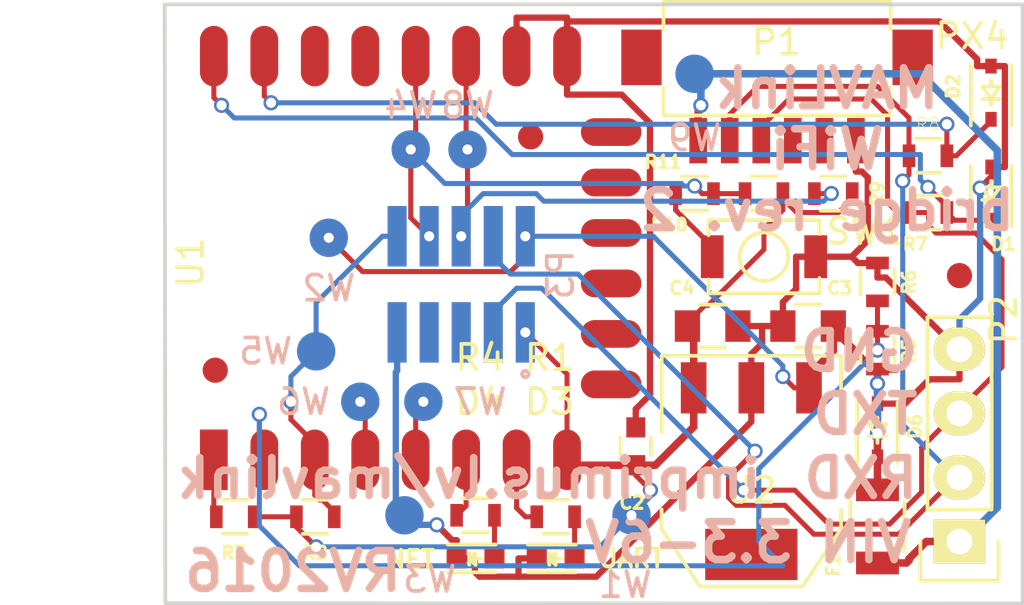
<source format=kicad_pcb>
(kicad_pcb (version 20171130) (host pcbnew "(5.1.12)-1")

  (general
    (thickness 1.6)
    (drawings 13)
    (tracks 305)
    (zones 0)
    (modules 38)
    (nets 21)
  )

  (page A4)
  (layers
    (0 F.Cu signal)
    (31 B.Cu signal)
    (32 B.Adhes user hide)
    (33 F.Adhes user hide)
    (34 B.Paste user hide)
    (35 F.Paste user hide)
    (36 B.SilkS user hide)
    (37 F.SilkS user hide)
    (38 B.Mask user hide)
    (39 F.Mask user hide)
    (40 Dwgs.User user hide)
    (41 Cmts.User user hide)
    (42 Eco1.User user hide)
    (43 Eco2.User user hide)
    (44 Edge.Cuts user)
    (45 Margin user hide)
    (46 B.CrtYd user hide)
    (47 F.CrtYd user hide)
    (48 B.Fab user hide)
    (49 F.Fab user hide)
  )

  (setup
    (last_trace_width 0.25)
    (user_trace_width 0.12)
    (user_trace_width 0.2)
    (user_trace_width 0.3)
    (trace_clearance 0.2)
    (zone_clearance 0.508)
    (zone_45_only no)
    (trace_min 0.12)
    (via_size 0.6)
    (via_drill 0.4)
    (via_min_size 0.4)
    (via_min_drill 0.3)
    (uvia_size 0.3)
    (uvia_drill 0.1)
    (uvias_allowed no)
    (uvia_min_size 0.2)
    (uvia_min_drill 0.1)
    (edge_width 0.15)
    (segment_width 0.2)
    (pcb_text_width 0.3)
    (pcb_text_size 1.5 1.5)
    (mod_edge_width 0.15)
    (mod_text_size 1 1)
    (mod_text_width 0.15)
    (pad_size 1.524 1.524)
    (pad_drill 0.762)
    (pad_to_mask_clearance 0.2)
    (aux_axis_origin 147.32 40.8305)
    (visible_elements 7FFFFFFF)
    (pcbplotparams
      (layerselection 0x010f0_ffffffff)
      (usegerberextensions true)
      (usegerberattributes true)
      (usegerberadvancedattributes true)
      (creategerberjobfile true)
      (excludeedgelayer true)
      (linewidth 0.100000)
      (plotframeref false)
      (viasonmask false)
      (mode 1)
      (useauxorigin true)
      (hpglpennumber 1)
      (hpglpenspeed 20)
      (hpglpendiameter 15.000000)
      (psnegative false)
      (psa4output false)
      (plotreference true)
      (plotvalue true)
      (plotinvisibletext false)
      (padsonsilk false)
      (subtractmaskfromsilk false)
      (outputformat 1)
      (mirror false)
      (drillshape 0)
      (scaleselection 1)
      (outputdirectory "out"))
  )

  (net 0 "")
  (net 1 +3V3)
  (net 2 GND)
  (net 3 +5V)
  (net 4 "Net-(D3-Pad2)")
  (net 5 "Net-(D4-Pad2)")
  (net 6 VPP)
  (net 7 RXD)
  (net 8 TXD)
  (net 9 /DBG_TX)
  (net 10 /GPIO13)
  (net 11 "Net-(R3-Pad1)")
  (net 12 /GPIO12)
  (net 13 "Net-(R5-Pad1)")
  (net 14 /GPIO0)
  (net 15 "Net-(D1-Pad1)")
  (net 16 "Net-(D2-Pad1)")
  (net 17 /CH_PD)
  (net 18 "Net-(R11-Pad1)")
  (net 19 /GPIO16)
  (net 20 /GPIO14)

  (net_class Default "This is the default net class."
    (clearance 0.2)
    (trace_width 0.25)
    (via_dia 0.6)
    (via_drill 0.4)
    (uvia_dia 0.3)
    (uvia_drill 0.1)
    (add_net +3V3)
    (add_net +5V)
    (add_net /CH_PD)
    (add_net /DBG_TX)
    (add_net /GPIO0)
    (add_net /GPIO12)
    (add_net /GPIO13)
    (add_net /GPIO14)
    (add_net /GPIO16)
    (add_net GND)
    (add_net "Net-(D1-Pad1)")
    (add_net "Net-(D2-Pad1)")
    (add_net "Net-(D3-Pad2)")
    (add_net "Net-(D4-Pad2)")
    (add_net "Net-(R11-Pad1)")
    (add_net "Net-(R3-Pad1)")
    (add_net "Net-(R5-Pad1)")
    (add_net RXD)
    (add_net TXD)
    (add_net VPP)
  )

  (module manufacturing:FIDUCIAL (layer F.Cu) (tedit 56940832) (tstamp 56A14A88)
    (at 192.5 117)
    (fp_text reference REF**_3 (at 0 0.5) (layer F.SilkS) hide
      (effects (font (size 1 1) (thickness 0.15)))
    )
    (fp_text value FIDUCIAL (at 0 -0.5) (layer F.Fab) hide
      (effects (font (size 1 1) (thickness 0.15)))
    )
    (pad "" smd circle (at 0 0) (size 1 1) (layers F.Cu F.Paste F.Mask)
      (solder_mask_margin 1) (zone_connect 0))
  )

  (module manufacturing:FIDUCIAL (layer F.Cu) (tedit 56940832) (tstamp 56A14A84)
    (at 205 107.75)
    (fp_text reference REF**_2 (at 0 0.5) (layer F.SilkS) hide
      (effects (font (size 1 1) (thickness 0.15)))
    )
    (fp_text value FIDUCIAL (at 0 -0.5) (layer F.Fab) hide
      (effects (font (size 1 1) (thickness 0.15)))
    )
    (pad "" smd circle (at 0 0) (size 1 1) (layers F.Cu F.Paste F.Mask)
      (solder_mask_margin 1) (zone_connect 0))
  )

  (module Capacitors_SMD:C_0603 (layer F.Cu) (tedit 569B78C4) (tstamp 56631B71)
    (at 209.169 120.015 90)
    (descr "Capacitor SMD 0603, reflow soldering, AVX (see smccp.pdf)")
    (tags "capacitor 0603")
    (path /56630350)
    (attr smd)
    (fp_text reference C2 (at -2.235 -0.15 180) (layer F.SilkS)
      (effects (font (size 0.5 0.5) (thickness 0.125)))
    )
    (fp_text value 0.1uF (at 0 1.9 90) (layer F.Fab) hide
      (effects (font (size 1 1) (thickness 0.15)))
    )
    (fp_line (start 0.35 0.6) (end -0.35 0.6) (layer F.SilkS) (width 0.15))
    (fp_line (start -0.35 -0.6) (end 0.35 -0.6) (layer F.SilkS) (width 0.15))
    (fp_line (start 1.45 -0.75) (end 1.45 0.75) (layer F.CrtYd) (width 0.05))
    (fp_line (start -1.45 -0.75) (end -1.45 0.75) (layer F.CrtYd) (width 0.05))
    (fp_line (start -1.45 0.75) (end 1.45 0.75) (layer F.CrtYd) (width 0.05))
    (fp_line (start -1.45 -0.75) (end 1.45 -0.75) (layer F.CrtYd) (width 0.05))
    (pad 1 smd rect (at -0.75 0 90) (size 0.8 0.75) (layers F.Cu F.Paste F.Mask)
      (net 1 +3V3))
    (pad 2 smd rect (at 0.75 0 90) (size 0.8 0.75) (layers F.Cu F.Paste F.Mask)
      (net 2 GND))
    (model Capacitors_SMD.3dshapes/C_0603.wrl
      (at (xyz 0 0 0))
      (scale (xyz 1 1 1))
      (rotate (xyz 0 0 0))
    )
  )

  (module Capacitors_SMD:C_0805 (layer F.Cu) (tedit 569B786D) (tstamp 56631B77)
    (at 216 115.25 180)
    (descr "Capacitor SMD 0805, reflow soldering, AVX (see smccp.pdf)")
    (tags "capacitor 0805")
    (path /56631903)
    (attr smd)
    (fp_text reference C3 (at -1.25 1.5) (layer F.SilkS)
      (effects (font (size 0.5 0.5) (thickness 0.125)))
    )
    (fp_text value 22uF (at 0 2.1 180) (layer F.Fab) hide
      (effects (font (size 1 1) (thickness 0.15)))
    )
    (fp_line (start -0.5 0.85) (end 0.5 0.85) (layer F.SilkS) (width 0.15))
    (fp_line (start 0.5 -0.85) (end -0.5 -0.85) (layer F.SilkS) (width 0.15))
    (fp_line (start 1.8 -1) (end 1.8 1) (layer F.CrtYd) (width 0.05))
    (fp_line (start -1.8 -1) (end -1.8 1) (layer F.CrtYd) (width 0.05))
    (fp_line (start -1.8 1) (end 1.8 1) (layer F.CrtYd) (width 0.05))
    (fp_line (start -1.8 -1) (end 1.8 -1) (layer F.CrtYd) (width 0.05))
    (pad 1 smd rect (at -1 0 180) (size 1 1.25) (layers F.Cu F.Paste F.Mask)
      (net 3 +5V))
    (pad 2 smd rect (at 1 0 180) (size 1 1.25) (layers F.Cu F.Paste F.Mask)
      (net 2 GND))
    (model Capacitors_SMD.3dshapes/C_0805.wrl
      (at (xyz 0 0 0))
      (scale (xyz 1 1 1))
      (rotate (xyz 0 0 0))
    )
  )

  (module Capacitors_SMD:C_0805 (layer F.Cu) (tedit 569B7907) (tstamp 56631B7D)
    (at 212.217 115.25)
    (descr "Capacitor SMD 0805, reflow soldering, AVX (see smccp.pdf)")
    (tags "capacitor 0805")
    (path /5663689C)
    (attr smd)
    (fp_text reference C4 (at -1.217 -1.5 180) (layer F.SilkS)
      (effects (font (size 0.5 0.5) (thickness 0.125)))
    )
    (fp_text value 22uF (at 0 2.1) (layer F.Fab) hide
      (effects (font (size 1 1) (thickness 0.15)))
    )
    (fp_line (start -0.5 0.85) (end 0.5 0.85) (layer F.SilkS) (width 0.15))
    (fp_line (start 0.5 -0.85) (end -0.5 -0.85) (layer F.SilkS) (width 0.15))
    (fp_line (start 1.8 -1) (end 1.8 1) (layer F.CrtYd) (width 0.05))
    (fp_line (start -1.8 -1) (end -1.8 1) (layer F.CrtYd) (width 0.05))
    (fp_line (start -1.8 1) (end 1.8 1) (layer F.CrtYd) (width 0.05))
    (fp_line (start -1.8 -1) (end 1.8 -1) (layer F.CrtYd) (width 0.05))
    (pad 1 smd rect (at -1 0) (size 1 1.25) (layers F.Cu F.Paste F.Mask)
      (net 1 +3V3))
    (pad 2 smd rect (at 1 0) (size 1 1.25) (layers F.Cu F.Paste F.Mask)
      (net 2 GND))
    (model Capacitors_SMD.3dshapes/C_0805.wrl
      (at (xyz 0 0 0))
      (scale (xyz 1 1 1))
      (rotate (xyz 0 0 0))
    )
  )

  (module LEDs:LED-0603 (layer F.Cu) (tedit 569B78B8) (tstamp 56631B83)
    (at 205.994 124.46)
    (descr "LED 0603 smd package")
    (tags "LED led 0603 SMD smd SMT smt smdled SMDLED smtled SMTLED")
    (path /56631F3B)
    (attr smd)
    (fp_text reference D3 (at -0.244 -6.21 180) (layer F.SilkS)
      (effects (font (size 1 1) (thickness 0.15)))
    )
    (fp_text value UART (at 3.006 0) (layer F.SilkS)
      (effects (font (size 0.7 0.7) (thickness 0.15)))
    )
    (fp_line (start -1.4 -0.75) (end 1.4 -0.75) (layer F.CrtYd) (width 0.05))
    (fp_line (start -1.4 0.75) (end -1.4 -0.75) (layer F.CrtYd) (width 0.05))
    (fp_line (start 1.4 0.75) (end -1.4 0.75) (layer F.CrtYd) (width 0.05))
    (fp_line (start 1.4 -0.75) (end 1.4 0.75) (layer F.CrtYd) (width 0.05))
    (fp_line (start 0 0.25) (end -0.25 0) (layer F.SilkS) (width 0.15))
    (fp_line (start 0 -0.25) (end 0 0.25) (layer F.SilkS) (width 0.15))
    (fp_line (start -0.25 0) (end 0 -0.25) (layer F.SilkS) (width 0.15))
    (fp_line (start -0.25 -0.25) (end -0.25 0.25) (layer F.SilkS) (width 0.15))
    (fp_line (start -0.2 0) (end 0.25 0) (layer F.SilkS) (width 0.15))
    (fp_line (start -1.1 -0.55) (end 0.8 -0.55) (layer F.SilkS) (width 0.15))
    (fp_line (start -1.1 0.55) (end 0.8 0.55) (layer F.SilkS) (width 0.15))
    (pad 2 smd rect (at 0.7493 0 180) (size 0.79756 0.79756) (layers F.Cu F.Paste F.Mask)
      (net 4 "Net-(D3-Pad2)"))
    (pad 1 smd rect (at -0.7493 0 180) (size 0.79756 0.79756) (layers F.Cu F.Paste F.Mask)
      (net 2 GND))
  )

  (module LEDs:LED-0603 (layer F.Cu) (tedit 569B78CF) (tstamp 56631B89)
    (at 202.819 124.46)
    (descr "LED 0603 smd package")
    (tags "LED led 0603 SMD smd SMT smt smdled SMDLED smtled SMTLED")
    (path /56638FE6)
    (attr smd)
    (fp_text reference D4 (at 0.181 -6.21 180) (layer F.SilkS)
      (effects (font (size 1 1) (thickness 0.15)))
    )
    (fp_text value NET (at -2.569 0.04) (layer F.SilkS)
      (effects (font (size 0.7 0.7) (thickness 0.15)))
    )
    (fp_line (start -1.4 -0.75) (end 1.4 -0.75) (layer F.CrtYd) (width 0.05))
    (fp_line (start -1.4 0.75) (end -1.4 -0.75) (layer F.CrtYd) (width 0.05))
    (fp_line (start 1.4 0.75) (end -1.4 0.75) (layer F.CrtYd) (width 0.05))
    (fp_line (start 1.4 -0.75) (end 1.4 0.75) (layer F.CrtYd) (width 0.05))
    (fp_line (start 0 0.25) (end -0.25 0) (layer F.SilkS) (width 0.15))
    (fp_line (start 0 -0.25) (end 0 0.25) (layer F.SilkS) (width 0.15))
    (fp_line (start -0.25 0) (end 0 -0.25) (layer F.SilkS) (width 0.15))
    (fp_line (start -0.25 -0.25) (end -0.25 0.25) (layer F.SilkS) (width 0.15))
    (fp_line (start -0.2 0) (end 0.25 0) (layer F.SilkS) (width 0.15))
    (fp_line (start -1.1 -0.55) (end 0.8 -0.55) (layer F.SilkS) (width 0.15))
    (fp_line (start -1.1 0.55) (end 0.8 0.55) (layer F.SilkS) (width 0.15))
    (pad 2 smd rect (at 0.7493 0 180) (size 0.79756 0.79756) (layers F.Cu F.Paste F.Mask)
      (net 5 "Net-(D4-Pad2)"))
    (pad 1 smd rect (at -0.7493 0 180) (size 0.79756 0.79756) (layers F.Cu F.Paste F.Mask)
      (net 2 GND))
  )

  (module Diodes_SMD:SOD-323 (layer F.Cu) (tedit 569B7860) (tstamp 56631B8F)
    (at 218.75 119.38 90)
    (descr SOD-323)
    (tags SOD-323)
    (path /5663362D)
    (attr smd)
    (fp_text reference D6 (at 0.15 1.5 90) (layer F.SilkS)
      (effects (font (size 0.5 0.5) (thickness 0.125)))
    )
    (fp_text value D_Schottky (at 4.65 12.055 90) (layer F.Fab) hide
      (effects (font (size 1 1) (thickness 0.15)))
    )
    (fp_line (start -1.3 -0.8) (end 1.1 -0.8) (layer F.SilkS) (width 0.15))
    (fp_line (start -1.3 0.8) (end 1.1 0.8) (layer F.SilkS) (width 0.15))
    (fp_line (start -1.5 -0.95) (end -1.5 0.95) (layer F.CrtYd) (width 0.05))
    (fp_line (start -1.5 0.95) (end 1.5 0.95) (layer F.CrtYd) (width 0.05))
    (fp_line (start 1.5 -0.95) (end 1.5 0.95) (layer F.CrtYd) (width 0.05))
    (fp_line (start -1.5 -0.95) (end 1.5 -0.95) (layer F.CrtYd) (width 0.05))
    (fp_line (start -0.25 -0.35) (end -0.25 0.35) (layer F.SilkS) (width 0.15))
    (fp_line (start 0.25 0.35) (end -0.25 0) (layer F.SilkS) (width 0.15))
    (fp_line (start 0.25 -0.35) (end 0.25 0.35) (layer F.SilkS) (width 0.15))
    (fp_line (start -0.25 0) (end 0.25 -0.35) (layer F.SilkS) (width 0.15))
    (fp_line (start -0.25 0) (end -0.5 0) (layer F.SilkS) (width 0.15))
    (fp_line (start 0.25 0) (end 0.5 0) (layer F.SilkS) (width 0.15))
    (pad 1 smd rect (at -1.055 0 90) (size 0.59 0.45) (layers F.Cu F.Paste F.Mask)
      (net 3 +5V))
    (pad 2 smd rect (at 1.055 0 90) (size 0.59 0.45) (layers F.Cu F.Paste F.Mask)
      (net 2 GND))
  )

  (module Resistors_SMD:R_1206 (layer F.Cu) (tedit 569B78A6) (tstamp 56631B95)
    (at 218.75 123.19 90)
    (descr "Resistor SMD 1206, reflow soldering, Vishay (see dcrcw.pdf)")
    (tags "resistor 1206")
    (path /5663352F)
    (attr smd)
    (fp_text reference F1 (at -1.54 -1.75 90) (layer F.SilkS)
      (effects (font (size 0.5 0.5) (thickness 0.125)))
    )
    (fp_text value F_Small (at 0 2.3 90) (layer F.Fab) hide
      (effects (font (size 1 1) (thickness 0.15)))
    )
    (fp_line (start -1 -1.075) (end 1 -1.075) (layer F.SilkS) (width 0.15))
    (fp_line (start 1 1.075) (end -1 1.075) (layer F.SilkS) (width 0.15))
    (fp_line (start 2.2 -1.2) (end 2.2 1.2) (layer F.CrtYd) (width 0.05))
    (fp_line (start -2.2 -1.2) (end -2.2 1.2) (layer F.CrtYd) (width 0.05))
    (fp_line (start -2.2 1.2) (end 2.2 1.2) (layer F.CrtYd) (width 0.05))
    (fp_line (start -2.2 -1.2) (end 2.2 -1.2) (layer F.CrtYd) (width 0.05))
    (pad 1 smd rect (at -1.45 0 90) (size 0.9 1.7) (layers F.Cu F.Paste F.Mask)
      (net 6 VPP))
    (pad 2 smd rect (at 1.45 0 90) (size 0.9 1.7) (layers F.Cu F.Paste F.Mask)
      (net 3 +5V))
    (model Resistors_SMD.3dshapes/R_1206.wrl
      (at (xyz 0 0 0))
      (scale (xyz 1 1 1))
      (rotate (xyz 0 0 0))
    )
  )

  (module Resistors_SMD:R_0603 (layer F.Cu) (tedit 56632C31) (tstamp 56631BAB)
    (at 205.994 122.809 180)
    (descr "Resistor SMD 0603, reflow soldering, Vishay (see dcrcw.pdf)")
    (tags "resistor 0603")
    (path /5663802A)
    (attr smd)
    (fp_text reference R1 (at 0.244 6.309) (layer F.SilkS)
      (effects (font (size 1 1) (thickness 0.15)))
    )
    (fp_text value 120R (at 0 1.9 180) (layer F.Fab) hide
      (effects (font (size 1 1) (thickness 0.15)))
    )
    (fp_line (start -0.5 -0.675) (end 0.5 -0.675) (layer F.SilkS) (width 0.15))
    (fp_line (start 0.5 0.675) (end -0.5 0.675) (layer F.SilkS) (width 0.15))
    (fp_line (start 1.3 -0.8) (end 1.3 0.8) (layer F.CrtYd) (width 0.05))
    (fp_line (start -1.3 -0.8) (end -1.3 0.8) (layer F.CrtYd) (width 0.05))
    (fp_line (start -1.3 0.8) (end 1.3 0.8) (layer F.CrtYd) (width 0.05))
    (fp_line (start -1.3 -0.8) (end 1.3 -0.8) (layer F.CrtYd) (width 0.05))
    (pad 1 smd rect (at -0.75 0 180) (size 0.5 0.9) (layers F.Cu F.Paste F.Mask)
      (net 4 "Net-(D3-Pad2)"))
    (pad 2 smd rect (at 0.75 0 180) (size 0.5 0.9) (layers F.Cu F.Paste F.Mask)
      (net 10 /GPIO13))
    (model Resistors_SMD.3dshapes/R_0603.wrl
      (at (xyz 0 0 0))
      (scale (xyz 1 1 1))
      (rotate (xyz 0 0 0))
    )
  )

  (module Resistors_SMD:R_0603 (layer F.Cu) (tedit 569B78E2) (tstamp 56631BB1)
    (at 196.469 122.809 180)
    (descr "Resistor SMD 0603, reflow soldering, Vishay (see dcrcw.pdf)")
    (tags "resistor 0603")
    (path /566377B6)
    (attr smd)
    (fp_text reference R2 (at 0 -1.441) (layer F.SilkS)
      (effects (font (size 0.5 0.5) (thickness 0.125)))
    )
    (fp_text value 10K (at 0 1.9 180) (layer F.Fab) hide
      (effects (font (size 1 1) (thickness 0.15)))
    )
    (fp_line (start -0.5 -0.675) (end 0.5 -0.675) (layer F.SilkS) (width 0.15))
    (fp_line (start 0.5 0.675) (end -0.5 0.675) (layer F.SilkS) (width 0.15))
    (fp_line (start 1.3 -0.8) (end 1.3 0.8) (layer F.CrtYd) (width 0.05))
    (fp_line (start -1.3 -0.8) (end -1.3 0.8) (layer F.CrtYd) (width 0.05))
    (fp_line (start -1.3 0.8) (end 1.3 0.8) (layer F.CrtYd) (width 0.05))
    (fp_line (start -1.3 -0.8) (end 1.3 -0.8) (layer F.CrtYd) (width 0.05))
    (pad 1 smd rect (at -0.75 0 180) (size 0.5 0.9) (layers F.Cu F.Paste F.Mask)
      (net 17 /CH_PD))
    (pad 2 smd rect (at 0.75 0 180) (size 0.5 0.9) (layers F.Cu F.Paste F.Mask)
      (net 1 +3V3))
    (model Resistors_SMD.3dshapes/R_0603.wrl
      (at (xyz 0 0 0))
      (scale (xyz 1 1 1))
      (rotate (xyz 0 0 0))
    )
  )

  (module Resistors_SMD:R_0603 (layer F.Cu) (tedit 569B78DB) (tstamp 56631BB7)
    (at 193.294 122.809)
    (descr "Resistor SMD 0603, reflow soldering, Vishay (see dcrcw.pdf)")
    (tags "resistor 0603")
    (path /56637724)
    (attr smd)
    (fp_text reference R3 (at -0.044 1.441 180) (layer F.SilkS)
      (effects (font (size 0.5 0.5) (thickness 0.125)))
    )
    (fp_text value 10K (at 0 1.9) (layer F.Fab) hide
      (effects (font (size 1 1) (thickness 0.15)))
    )
    (fp_line (start -0.5 -0.675) (end 0.5 -0.675) (layer F.SilkS) (width 0.15))
    (fp_line (start 0.5 0.675) (end -0.5 0.675) (layer F.SilkS) (width 0.15))
    (fp_line (start 1.3 -0.8) (end 1.3 0.8) (layer F.CrtYd) (width 0.05))
    (fp_line (start -1.3 -0.8) (end -1.3 0.8) (layer F.CrtYd) (width 0.05))
    (fp_line (start -1.3 0.8) (end 1.3 0.8) (layer F.CrtYd) (width 0.05))
    (fp_line (start -1.3 -0.8) (end 1.3 -0.8) (layer F.CrtYd) (width 0.05))
    (pad 1 smd rect (at -0.75 0) (size 0.5 0.9) (layers F.Cu F.Paste F.Mask)
      (net 11 "Net-(R3-Pad1)"))
    (pad 2 smd rect (at 0.75 0) (size 0.5 0.9) (layers F.Cu F.Paste F.Mask)
      (net 1 +3V3))
    (model Resistors_SMD.3dshapes/R_0603.wrl
      (at (xyz 0 0 0))
      (scale (xyz 1 1 1))
      (rotate (xyz 0 0 0))
    )
  )

  (module Resistors_SMD:R_0603 (layer F.Cu) (tedit 56632C29) (tstamp 56631BBD)
    (at 202.819 122.75 180)
    (descr "Resistor SMD 0603, reflow soldering, Vishay (see dcrcw.pdf)")
    (tags "resistor 0603")
    (path /56638346)
    (attr smd)
    (fp_text reference R4 (at -0.181 6.25) (layer F.SilkS)
      (effects (font (size 1 1) (thickness 0.15)))
    )
    (fp_text value 120R (at 0 1.9 180) (layer F.Fab) hide
      (effects (font (size 1 1) (thickness 0.15)))
    )
    (fp_line (start -0.5 -0.675) (end 0.5 -0.675) (layer F.SilkS) (width 0.15))
    (fp_line (start 0.5 0.675) (end -0.5 0.675) (layer F.SilkS) (width 0.15))
    (fp_line (start 1.3 -0.8) (end 1.3 0.8) (layer F.CrtYd) (width 0.05))
    (fp_line (start -1.3 -0.8) (end -1.3 0.8) (layer F.CrtYd) (width 0.05))
    (fp_line (start -1.3 0.8) (end 1.3 0.8) (layer F.CrtYd) (width 0.05))
    (fp_line (start -1.3 -0.8) (end 1.3 -0.8) (layer F.CrtYd) (width 0.05))
    (pad 1 smd rect (at -0.75 0 180) (size 0.5 0.9) (layers F.Cu F.Paste F.Mask)
      (net 5 "Net-(D4-Pad2)"))
    (pad 2 smd rect (at 0.75 0 180) (size 0.5 0.9) (layers F.Cu F.Paste F.Mask)
      (net 12 /GPIO12))
    (model Resistors_SMD.3dshapes/R_0603.wrl
      (at (xyz 0 0 0))
      (scale (xyz 1 1 1))
      (rotate (xyz 0 0 0))
    )
  )

  (module Resistors_SMD:R_0603 (layer F.Cu) (tedit 569B785A) (tstamp 56631BC3)
    (at 218.75 116.205 270)
    (descr "Resistor SMD 0603, reflow soldering, Vishay (see dcrcw.pdf)")
    (tags "resistor 0603")
    (path /566376B1)
    (attr smd)
    (fp_text reference R5 (at 0.025 -1.25 270) (layer F.SilkS)
      (effects (font (size 0.5 0.5) (thickness 0.125)))
    )
    (fp_text value 10K (at 0 1.9 270) (layer F.Fab) hide
      (effects (font (size 1 1) (thickness 0.15)))
    )
    (fp_line (start -0.5 -0.675) (end 0.5 -0.675) (layer F.SilkS) (width 0.15))
    (fp_line (start 0.5 0.675) (end -0.5 0.675) (layer F.SilkS) (width 0.15))
    (fp_line (start 1.3 -0.8) (end 1.3 0.8) (layer F.CrtYd) (width 0.05))
    (fp_line (start -1.3 -0.8) (end -1.3 0.8) (layer F.CrtYd) (width 0.05))
    (fp_line (start -1.3 0.8) (end 1.3 0.8) (layer F.CrtYd) (width 0.05))
    (fp_line (start -1.3 -0.8) (end 1.3 -0.8) (layer F.CrtYd) (width 0.05))
    (pad 1 smd rect (at -0.75 0 270) (size 0.5 0.9) (layers F.Cu F.Paste F.Mask)
      (net 13 "Net-(R5-Pad1)"))
    (pad 2 smd rect (at 0.75 0 270) (size 0.5 0.9) (layers F.Cu F.Paste F.Mask)
      (net 3 +5V))
    (model Resistors_SMD.3dshapes/R_0603.wrl
      (at (xyz 0 0 0))
      (scale (xyz 1 1 1))
      (rotate (xyz 0 0 0))
    )
  )

  (module Resistors_SMD:R_0603 (layer F.Cu) (tedit 569B784F) (tstamp 56631BC9)
    (at 218.75 113.5 270)
    (descr "Resistor SMD 0603, reflow soldering, Vishay (see dcrcw.pdf)")
    (tags "resistor 0603")
    (path /566375FD)
    (attr smd)
    (fp_text reference R6 (at 0 -1.25 90) (layer F.SilkS)
      (effects (font (size 0.5 0.5) (thickness 0.125)))
    )
    (fp_text value 10K (at 0 1.9 270) (layer F.Fab) hide
      (effects (font (size 1 1) (thickness 0.15)))
    )
    (fp_line (start -0.5 -0.675) (end 0.5 -0.675) (layer F.SilkS) (width 0.15))
    (fp_line (start 0.5 0.675) (end -0.5 0.675) (layer F.SilkS) (width 0.15))
    (fp_line (start 1.3 -0.8) (end 1.3 0.8) (layer F.CrtYd) (width 0.05))
    (fp_line (start -1.3 -0.8) (end -1.3 0.8) (layer F.CrtYd) (width 0.05))
    (fp_line (start -1.3 0.8) (end 1.3 0.8) (layer F.CrtYd) (width 0.05))
    (fp_line (start -1.3 -0.8) (end 1.3 -0.8) (layer F.CrtYd) (width 0.05))
    (pad 1 smd rect (at -0.75 0 270) (size 0.5 0.9) (layers F.Cu F.Paste F.Mask)
      (net 2 GND))
    (pad 2 smd rect (at 0.75 0 270) (size 0.5 0.9) (layers F.Cu F.Paste F.Mask)
      (net 13 "Net-(R5-Pad1)"))
    (model Resistors_SMD.3dshapes/R_0603.wrl
      (at (xyz 0 0 0))
      (scale (xyz 1 1 1))
      (rotate (xyz 0 0 0))
    )
  )

  (module Resistors_SMD:R_0603 (layer F.Cu) (tedit 569B7844) (tstamp 56631BCF)
    (at 220.75 110.75)
    (descr "Resistor SMD 0603, reflow soldering, Vishay (see dcrcw.pdf)")
    (tags "resistor 0603")
    (path /566300C3)
    (attr smd)
    (fp_text reference R7 (at -0.5 1.25 180) (layer F.SilkS)
      (effects (font (size 0.5 0.5) (thickness 0.125)))
    )
    (fp_text value 120R (at 0 1.9) (layer F.Fab) hide
      (effects (font (size 1 1) (thickness 0.15)))
    )
    (fp_line (start -0.5 -0.675) (end 0.5 -0.675) (layer F.SilkS) (width 0.15))
    (fp_line (start 0.5 0.675) (end -0.5 0.675) (layer F.SilkS) (width 0.15))
    (fp_line (start 1.3 -0.8) (end 1.3 0.8) (layer F.CrtYd) (width 0.05))
    (fp_line (start -1.3 -0.8) (end -1.3 0.8) (layer F.CrtYd) (width 0.05))
    (fp_line (start -1.3 0.8) (end 1.3 0.8) (layer F.CrtYd) (width 0.05))
    (fp_line (start -1.3 -0.8) (end 1.3 -0.8) (layer F.CrtYd) (width 0.05))
    (pad 1 smd rect (at -0.75 0) (size 0.5 0.9) (layers F.Cu F.Paste F.Mask)
      (net 8 TXD))
    (pad 2 smd rect (at 0.75 0) (size 0.5 0.9) (layers F.Cu F.Paste F.Mask)
      (net 15 "Net-(D1-Pad1)"))
    (model Resistors_SMD.3dshapes/R_0603.wrl
      (at (xyz 0 0 0))
      (scale (xyz 1 1 1))
      (rotate (xyz 0 0 0))
    )
  )

  (module Resistors_SMD:R_0603 (layer F.Cu) (tedit 569B7839) (tstamp 56631BD5)
    (at 220.75 108.5)
    (descr "Resistor SMD 0603, reflow soldering, Vishay (see dcrcw.pdf)")
    (tags "resistor 0603")
    (path /56637C63)
    (attr smd)
    (fp_text reference R8 (at 0 -1.25 180) (layer F.SilkS)
      (effects (font (size 0.5 0.5) (thickness 0.03175)))
    )
    (fp_text value 120R (at 0 1.9) (layer F.Fab) hide
      (effects (font (size 1 1) (thickness 0.15)))
    )
    (fp_line (start -0.5 -0.675) (end 0.5 -0.675) (layer F.SilkS) (width 0.15))
    (fp_line (start 0.5 0.675) (end -0.5 0.675) (layer F.SilkS) (width 0.15))
    (fp_line (start 1.3 -0.8) (end 1.3 0.8) (layer F.CrtYd) (width 0.05))
    (fp_line (start -1.3 -0.8) (end -1.3 0.8) (layer F.CrtYd) (width 0.05))
    (fp_line (start -1.3 0.8) (end 1.3 0.8) (layer F.CrtYd) (width 0.05))
    (fp_line (start -1.3 -0.8) (end 1.3 -0.8) (layer F.CrtYd) (width 0.05))
    (pad 1 smd rect (at -0.75 0) (size 0.5 0.9) (layers F.Cu F.Paste F.Mask)
      (net 7 RXD))
    (pad 2 smd rect (at 0.75 0) (size 0.5 0.9) (layers F.Cu F.Paste F.Mask)
      (net 16 "Net-(D2-Pad1)"))
    (model Resistors_SMD.3dshapes/R_0603.wrl
      (at (xyz 0 0 0))
      (scale (xyz 1 1 1))
      (rotate (xyz 0 0 0))
    )
  )

  (module Resistors_SMD:R_0603 (layer F.Cu) (tedit 569B7873) (tstamp 56631BDB)
    (at 217 110)
    (descr "Resistor SMD 0603, reflow soldering, Vishay (see dcrcw.pdf)")
    (tags "resistor 0603")
    (path /566309A9)
    (attr smd)
    (fp_text reference R9 (at 1.75 0 90) (layer F.SilkS)
      (effects (font (size 0.5 0.5) (thickness 0.125)))
    )
    (fp_text value 10K (at 0 1.9) (layer F.Fab) hide
      (effects (font (size 1 1) (thickness 0.15)))
    )
    (fp_line (start -0.5 -0.675) (end 0.5 -0.675) (layer F.SilkS) (width 0.15))
    (fp_line (start 0.5 0.675) (end -0.5 0.675) (layer F.SilkS) (width 0.15))
    (fp_line (start 1.3 -0.8) (end 1.3 0.8) (layer F.CrtYd) (width 0.05))
    (fp_line (start -1.3 -0.8) (end -1.3 0.8) (layer F.CrtYd) (width 0.05))
    (fp_line (start -1.3 0.8) (end 1.3 0.8) (layer F.CrtYd) (width 0.05))
    (fp_line (start -1.3 -0.8) (end 1.3 -0.8) (layer F.CrtYd) (width 0.05))
    (pad 1 smd rect (at -0.75 0) (size 0.5 0.9) (layers F.Cu F.Paste F.Mask)
      (net 9 /DBG_TX))
    (pad 2 smd rect (at 0.75 0) (size 0.5 0.9) (layers F.Cu F.Paste F.Mask)
      (net 1 +3V3))
    (model Resistors_SMD.3dshapes/R_0603.wrl
      (at (xyz 0 0 0))
      (scale (xyz 1 1 1))
      (rotate (xyz 0 0 0))
    )
  )

  (module ESP8266:ESP-12E (layer F.Cu) (tedit 56632C11) (tstamp 56631BF5)
    (at 192.445 120.55 90)
    (descr "Module, ESP-8266, ESP-12, 16 pad, SMD")
    (tags "Module ESP-8266 ESP8266")
    (path /5662FEB5)
    (fp_text reference U1 (at 7.82 -0.926201 90) (layer F.SilkS)
      (effects (font (size 1 1) (thickness 0.15)))
    )
    (fp_text value ESP-12E (at 8.55 1.554799 90) (layer F.Fab)
      (effects (font (size 1 1) (thickness 0.15)))
    )
    (fp_line (start 0 -8.4) (end 16 -8.4) (layer F.Fab) (width 0.1524))
    (fp_line (start 0 15.6) (end 0 -8.4) (layer F.Fab) (width 0.1524))
    (fp_line (start 16 15.6) (end 0 15.6) (layer F.Fab) (width 0.1524))
    (fp_line (start 16 -8.4) (end 16 15.6) (layer F.Fab) (width 0.1524))
    (fp_line (start 16 -8.4) (end 0 -8.4) (layer F.CrtYd) (width 0.1524))
    (fp_line (start 16 -2.6) (end 16 -8.4) (layer F.CrtYd) (width 0.1524))
    (fp_line (start 0 -2.6) (end 16 -2.6) (layer F.CrtYd) (width 0.1524))
    (fp_line (start 0 -8.4) (end 0 -2.6) (layer F.CrtYd) (width 0.1524))
    (fp_line (start 0 -8.4) (end 16 -2.6) (layer F.CrtYd) (width 0.1524))
    (fp_line (start 16 -8.4) (end 0 -2.6) (layer F.CrtYd) (width 0.1524))
    (fp_text user "No Copper" (at 7.9 -5.4 90) (layer F.CrtYd)
      (effects (font (size 1 1) (thickness 0.15)))
    )
    (pad 9 smd oval (at 2.99 15.75 180) (size 2.4 1.1) (layers F.Cu F.Paste F.Mask))
    (pad 10 smd oval (at 4.99 15.75 180) (size 2.4 1.1) (layers F.Cu F.Paste F.Mask))
    (pad 11 smd oval (at 6.99 15.75 180) (size 2.4 1.1) (layers F.Cu F.Paste F.Mask))
    (pad 12 smd oval (at 8.99 15.75 180) (size 2.4 1.1) (layers F.Cu F.Paste F.Mask))
    (pad 13 smd oval (at 10.99 15.75 180) (size 2.4 1.1) (layers F.Cu F.Paste F.Mask))
    (pad 14 smd oval (at 12.99 15.75 180) (size 2.4 1.1) (layers F.Cu F.Paste F.Mask))
    (pad 1 smd rect (at 0 0 90) (size 2.4 1.1) (layers F.Cu F.Paste F.Mask)
      (net 11 "Net-(R3-Pad1)"))
    (pad 2 smd oval (at 0 2 90) (size 2.4 1.1) (layers F.Cu F.Paste F.Mask)
      (net 13 "Net-(R5-Pad1)"))
    (pad 3 smd oval (at 0 4 90) (size 2.4 1.1) (layers F.Cu F.Paste F.Mask)
      (net 17 /CH_PD))
    (pad 4 smd oval (at 0 6 90) (size 2.4 1.1) (layers F.Cu F.Paste F.Mask)
      (net 19 /GPIO16))
    (pad 5 smd oval (at 0 8 90) (size 2.4 1.1) (layers F.Cu F.Paste F.Mask)
      (net 20 /GPIO14))
    (pad 6 smd oval (at 0 10 90) (size 2.4 1.1) (layers F.Cu F.Paste F.Mask)
      (net 12 /GPIO12))
    (pad 7 smd oval (at 0 12 90) (size 2.4 1.1) (layers F.Cu F.Paste F.Mask)
      (net 10 /GPIO13))
    (pad 8 smd oval (at 0 14 90) (size 2.4 1.1) (layers F.Cu F.Paste F.Mask)
      (net 1 +3V3))
    (pad 15 smd oval (at 16 14 90) (size 2.4 1.1) (layers F.Cu F.Paste F.Mask)
      (net 2 GND))
    (pad 16 smd oval (at 16 12 90) (size 2.4 1.1) (layers F.Cu F.Paste F.Mask)
      (net 2 GND))
    (pad 17 smd oval (at 16 10 90) (size 2.4 1.1) (layers F.Cu F.Paste F.Mask)
      (net 9 /DBG_TX))
    (pad 18 smd oval (at 16 8 90) (size 2.4 1.1) (layers F.Cu F.Paste F.Mask)
      (net 14 /GPIO0))
    (pad 19 smd oval (at 16 6 90) (size 2.4 1.1) (layers F.Cu F.Paste F.Mask))
    (pad 20 smd oval (at 16 4 90) (size 2.4 1.1) (layers F.Cu F.Paste F.Mask))
    (pad 21 smd oval (at 16 2 90) (size 2.4 1.1) (layers F.Cu F.Paste F.Mask)
      (net 16 "Net-(D2-Pad1)"))
    (pad 22 smd oval (at 16 0 90) (size 2.4 1.1) (layers F.Cu F.Paste F.Mask)
      (net 15 "Net-(D1-Pad1)"))
  )

  (module TO_SOT_Packages_SMD:SOT-223 (layer F.Cu) (tedit 56632C7C) (tstamp 56631BFD)
    (at 213.75 121 180)
    (descr "module CMS SOT223 4 pins")
    (tags "CMS SOT")
    (path /5663C3FE)
    (attr smd)
    (fp_text reference U2 (at 0 -0.762 180) (layer F.SilkS)
      (effects (font (size 1 1) (thickness 0.15)))
    )
    (fp_text value AP7361 (at 0 0.762 180) (layer F.Fab) hide
      (effects (font (size 1 1) (thickness 0.15)))
    )
    (fp_line (start 3.556 -2.286) (end 3.556 -1.524) (layer F.SilkS) (width 0.15))
    (fp_line (start 2.032 -4.572) (end 3.556 -2.286) (layer F.SilkS) (width 0.15))
    (fp_line (start -2.032 -4.572) (end 2.032 -4.572) (layer F.SilkS) (width 0.15))
    (fp_line (start -3.556 -2.286) (end -2.032 -4.572) (layer F.SilkS) (width 0.15))
    (fp_line (start -3.556 -1.524) (end -3.556 -2.286) (layer F.SilkS) (width 0.15))
    (fp_line (start 3.556 4.572) (end 3.556 1.524) (layer F.SilkS) (width 0.15))
    (fp_line (start -3.556 4.572) (end 3.556 4.572) (layer F.SilkS) (width 0.15))
    (fp_line (start -3.556 1.524) (end -3.556 4.572) (layer F.SilkS) (width 0.15))
    (pad 4 smd rect (at 0 -3.302 180) (size 3.6576 2.032) (layers F.Cu F.Paste F.Mask))
    (pad 2 smd rect (at 0 3.302 180) (size 1.016 2.032) (layers F.Cu F.Paste F.Mask)
      (net 2 GND))
    (pad 3 smd rect (at 2.286 3.302 180) (size 1.016 2.032) (layers F.Cu F.Paste F.Mask)
      (net 1 +3V3))
    (pad 1 smd rect (at -2.286 3.302 180) (size 1.016 2.032) (layers F.Cu F.Paste F.Mask)
      (net 3 +5V))
    (model TO_SOT_Packages_SMD.3dshapes/SOT-223.wrl
      (at (xyz 0 0 0))
      (scale (xyz 0.4 0.4 0.4))
      (rotate (xyz 0 0 0))
    )
  )

  (module DF13:DF13-6 (layer F.Cu) (tedit 56632CA2) (tstamp 5663254B)
    (at 214.769 107)
    (path /566329B7)
    (fp_text reference P1 (at -0.019 -3 180) (layer F.SilkS)
      (effects (font (size 1 1) (thickness 0.15)))
    )
    (fp_text value PX4 (at 7.731 -3.25) (layer F.SilkS)
      (effects (font (size 1 1) (thickness 0.15)))
    )
    (fp_line (start 4.5 -0.1) (end 4.5 -1.2) (layer F.SilkS) (width 0.15))
    (fp_line (start -4.4 -0.1) (end 4.5 -0.1) (layer F.SilkS) (width 0.15))
    (fp_line (start -4.5 -1.2) (end -4.5 -0.1) (layer F.SilkS) (width 0.15))
    (fp_line (start -4.5 -4.6) (end -4.5 -3.5) (layer F.SilkS) (width 0.15))
    (fp_line (start 4.5 -4.6) (end -4.5 -4.6) (layer F.SilkS) (width 0.15))
    (fp_line (start 4.5 -3.5) (end 4.5 -4.6) (layer F.SilkS) (width 0.15))
    (pad 1 smd rect (at -3.125 0.9) (size 0.7 1.8) (layers F.Cu F.Paste F.Mask)
      (net 6 VPP))
    (pad 2 smd rect (at -1.875 0.9) (size 0.7 1.8) (layers F.Cu F.Paste F.Mask)
      (net 7 RXD))
    (pad 3 smd rect (at -0.625 0.9) (size 0.7 1.8) (layers F.Cu F.Paste F.Mask)
      (net 8 TXD))
    (pad 4 smd rect (at 0.625 0.9) (size 0.7 1.8) (layers F.Cu F.Paste F.Mask))
    (pad 5 smd rect (at 1.875 0.9) (size 0.7 1.8) (layers F.Cu F.Paste F.Mask))
    (pad 6 smd rect (at 3.125 0.9) (size 0.7 1.8) (layers F.Cu F.Paste F.Mask)
      (net 2 GND))
    (pad "" smd rect (at -5.375 -2.4) (size 1.6 2.2) (layers F.Cu F.Paste F.Mask))
    (pad "" smd rect (at 5.375 -2.4) (size 1.6 2.2) (layers F.Cu F.Paste F.Mask))
  )

  (module Diodes_SMD:SOD-323 (layer F.Cu) (tedit 569B7821) (tstamp 569B700E)
    (at 223.25 110 90)
    (descr SOD-323)
    (tags SOD-323)
    (path /569ACA93)
    (attr smd)
    (fp_text reference D1 (at -2 0.5 180) (layer F.SilkS)
      (effects (font (size 0.5 0.5) (thickness 0.125)))
    )
    (fp_text value ZENERsmall (at 0.1 1.9 90) (layer F.Fab) hide
      (effects (font (size 1 1) (thickness 0.15)))
    )
    (fp_line (start -1.3 -0.8) (end 1.1 -0.8) (layer F.SilkS) (width 0.15))
    (fp_line (start -1.3 0.8) (end 1.1 0.8) (layer F.SilkS) (width 0.15))
    (fp_line (start -1.5 -0.95) (end -1.5 0.95) (layer F.CrtYd) (width 0.05))
    (fp_line (start -1.5 0.95) (end 1.5 0.95) (layer F.CrtYd) (width 0.05))
    (fp_line (start 1.5 -0.95) (end 1.5 0.95) (layer F.CrtYd) (width 0.05))
    (fp_line (start -1.5 -0.95) (end 1.5 -0.95) (layer F.CrtYd) (width 0.05))
    (fp_line (start -0.25 -0.35) (end -0.25 0.35) (layer F.SilkS) (width 0.15))
    (fp_line (start 0.25 0.35) (end -0.25 0) (layer F.SilkS) (width 0.15))
    (fp_line (start 0.25 -0.35) (end 0.25 0.35) (layer F.SilkS) (width 0.15))
    (fp_line (start -0.25 0) (end 0.25 -0.35) (layer F.SilkS) (width 0.15))
    (fp_line (start -0.25 0) (end -0.5 0) (layer F.SilkS) (width 0.15))
    (fp_line (start 0.25 0) (end 0.5 0) (layer F.SilkS) (width 0.15))
    (pad 1 smd rect (at -1.055 0 90) (size 0.59 0.45) (layers F.Cu F.Paste F.Mask)
      (net 15 "Net-(D1-Pad1)"))
    (pad 2 smd rect (at 1.055 0 90) (size 0.59 0.45) (layers F.Cu F.Paste F.Mask)
      (net 2 GND))
  )

  (module Diodes_SMD:SOD-323 (layer F.Cu) (tedit 569B782B) (tstamp 569B7018)
    (at 223.25 106 90)
    (descr SOD-323)
    (tags SOD-323)
    (path /569B709F)
    (attr smd)
    (fp_text reference D2 (at 0.25 -1.5 90) (layer F.SilkS)
      (effects (font (size 0.5 0.5) (thickness 0.125)))
    )
    (fp_text value ZENERsmall (at 0.1 1.9 90) (layer F.Fab) hide
      (effects (font (size 1 1) (thickness 0.15)))
    )
    (fp_line (start -1.3 -0.8) (end 1.1 -0.8) (layer F.SilkS) (width 0.15))
    (fp_line (start -1.3 0.8) (end 1.1 0.8) (layer F.SilkS) (width 0.15))
    (fp_line (start -1.5 -0.95) (end -1.5 0.95) (layer F.CrtYd) (width 0.05))
    (fp_line (start -1.5 0.95) (end 1.5 0.95) (layer F.CrtYd) (width 0.05))
    (fp_line (start 1.5 -0.95) (end 1.5 0.95) (layer F.CrtYd) (width 0.05))
    (fp_line (start -1.5 -0.95) (end 1.5 -0.95) (layer F.CrtYd) (width 0.05))
    (fp_line (start -0.25 -0.35) (end -0.25 0.35) (layer F.SilkS) (width 0.15))
    (fp_line (start 0.25 0.35) (end -0.25 0) (layer F.SilkS) (width 0.15))
    (fp_line (start 0.25 -0.35) (end 0.25 0.35) (layer F.SilkS) (width 0.15))
    (fp_line (start -0.25 0) (end 0.25 -0.35) (layer F.SilkS) (width 0.15))
    (fp_line (start -0.25 0) (end -0.5 0) (layer F.SilkS) (width 0.15))
    (fp_line (start 0.25 0) (end 0.5 0) (layer F.SilkS) (width 0.15))
    (pad 1 smd rect (at -1.055 0 90) (size 0.59 0.45) (layers F.Cu F.Paste F.Mask)
      (net 16 "Net-(D2-Pad1)"))
    (pad 2 smd rect (at 1.055 0 90) (size 0.59 0.45) (layers F.Cu F.Paste F.Mask)
      (net 2 GND))
  )

  (module Pin_Headers:Pin_Header_Straight_1x04 (layer F.Cu) (tedit 569B791D) (tstamp 569B7019)
    (at 222 123.79 180)
    (descr "Through hole pin header")
    (tags "pin header")
    (path /569ACF2C)
    (fp_text reference P2 (at -1.75 8.79 270) (layer F.SilkS)
      (effects (font (size 1 1) (thickness 0.15)))
    )
    (fp_text value UART (at 0 -3.1 180) (layer F.Fab) hide
      (effects (font (size 1 1) (thickness 0.15)))
    )
    (fp_line (start -1.55 -1.55) (end 1.55 -1.55) (layer F.SilkS) (width 0.15))
    (fp_line (start -1.55 0) (end -1.55 -1.55) (layer F.SilkS) (width 0.15))
    (fp_line (start 1.27 1.27) (end -1.27 1.27) (layer F.SilkS) (width 0.15))
    (fp_line (start -1.27 8.89) (end 1.27 8.89) (layer F.SilkS) (width 0.15))
    (fp_line (start 1.55 -1.55) (end 1.55 0) (layer F.SilkS) (width 0.15))
    (fp_line (start 1.27 1.27) (end 1.27 8.89) (layer F.SilkS) (width 0.15))
    (fp_line (start -1.27 1.27) (end -1.27 8.89) (layer F.SilkS) (width 0.15))
    (fp_line (start -1.75 9.4) (end 1.75 9.4) (layer F.CrtYd) (width 0.05))
    (fp_line (start -1.75 -1.75) (end 1.75 -1.75) (layer F.CrtYd) (width 0.05))
    (fp_line (start 1.75 -1.75) (end 1.75 9.4) (layer F.CrtYd) (width 0.05))
    (fp_line (start -1.75 -1.75) (end -1.75 9.4) (layer F.CrtYd) (width 0.05))
    (pad 1 thru_hole rect (at 0 0 180) (size 2.032 1.7272) (drill 1.016) (layers *.Cu *.Mask F.SilkS)
      (net 6 VPP))
    (pad 2 thru_hole oval (at 0 2.54 180) (size 2.032 1.7272) (drill 1.016) (layers *.Cu *.Mask F.SilkS)
      (net 7 RXD))
    (pad 3 thru_hole oval (at 0 5.08 180) (size 2.032 1.7272) (drill 1.016) (layers *.Cu *.Mask F.SilkS)
      (net 8 TXD))
    (pad 4 thru_hole oval (at 0 7.62 180) (size 2.032 1.7272) (drill 1.016) (layers *.Cu *.Mask F.SilkS)
      (net 2 GND))
    (model Pin_Headers.3dshapes/Pin_Header_Straight_1x04.wrl
      (offset (xyz 0 -3.809999942779541 0))
      (scale (xyz 1 1 1))
      (rotate (xyz 0 0 90))
    )
  )

  (module pin_headers_1.27mm:Pin_Header_1.27mm_2x5 (layer B.Cu) (tedit 568D6D45) (tstamp 569B7020)
    (at 204.79 115.5 90)
    (path /569B1012)
    (fp_text reference P3 (at 2.286 1.397 90) (layer B.SilkS)
      (effects (font (size 1 1) (thickness 0.15)) (justify mirror))
    )
    (fp_text value CONN_02X05 (at 0.254 3.683 90) (layer B.Fab) hide
      (effects (font (size 1 1) (thickness 0.15)) (justify mirror))
    )
    (fp_circle (center -1.651 0) (end -1.651 -0.127) (layer B.SilkS) (width 0.15))
    (pad 1 smd rect (at 0 0 90) (size 2.4 0.76) (layers B.Cu B.Paste B.Mask)
      (net 1 +3V3))
    (pad 2 smd rect (at 3.81 0 90) (size 2.4 0.76) (layers B.Cu B.Paste B.Mask)
      (net 3 +5V))
    (pad 3 smd rect (at 0 -1.27 90) (size 2.4 0.76) (layers B.Cu B.Paste B.Mask)
      (net 8 TXD))
    (pad 4 smd rect (at 3.81 -1.27 90) (size 2.4 0.76) (layers B.Cu B.Paste B.Mask)
      (net 7 RXD))
    (pad 5 smd rect (at 0 -2.54 90) (size 2.4 0.76) (layers B.Cu B.Paste B.Mask))
    (pad 6 smd rect (at 3.81 -2.54 90) (size 2.4 0.76) (layers B.Cu B.Paste B.Mask)
      (net 9 /DBG_TX))
    (pad 7 smd rect (at 0 -3.81 90) (size 2.4 0.76) (layers B.Cu B.Paste B.Mask))
    (pad 8 smd rect (at 3.81 -3.81 90) (size 2.4 0.76) (layers B.Cu B.Paste B.Mask)
      (net 14 /GPIO0))
    (pad 9 smd rect (at 0 -5.08 90) (size 2.4 0.76) (layers B.Cu B.Paste B.Mask)
      (net 2 GND))
    (pad 10 smd rect (at 3.81 -5.08 90) (size 2.4 0.76) (layers B.Cu B.Paste B.Mask)
      (net 17 /CH_PD))
  )

  (module Resistors_SMD:R_0603 (layer F.Cu) (tedit 569B787F) (tstamp 569B7032)
    (at 214.25 110)
    (descr "Resistor SMD 0603, reflow soldering, Vishay (see dcrcw.pdf)")
    (tags "resistor 0603")
    (path /569AE6E0)
    (attr smd)
    (fp_text reference R10 (at -3.75 1.25) (layer F.SilkS)
      (effects (font (size 0.5 0.5) (thickness 0.125)))
    )
    (fp_text value 10K (at 0 1.9) (layer F.Fab) hide
      (effects (font (size 1 1) (thickness 0.15)))
    )
    (fp_line (start -0.5 -0.675) (end 0.5 -0.675) (layer F.SilkS) (width 0.15))
    (fp_line (start 0.5 0.675) (end -0.5 0.675) (layer F.SilkS) (width 0.15))
    (fp_line (start 1.3 -0.8) (end 1.3 0.8) (layer F.CrtYd) (width 0.05))
    (fp_line (start -1.3 -0.8) (end -1.3 0.8) (layer F.CrtYd) (width 0.05))
    (fp_line (start -1.3 0.8) (end 1.3 0.8) (layer F.CrtYd) (width 0.05))
    (fp_line (start -1.3 -0.8) (end 1.3 -0.8) (layer F.CrtYd) (width 0.05))
    (pad 1 smd rect (at -0.75 0) (size 0.5 0.9) (layers F.Cu F.Paste F.Mask)
      (net 14 /GPIO0))
    (pad 2 smd rect (at 0.75 0) (size 0.5 0.9) (layers F.Cu F.Paste F.Mask)
      (net 1 +3V3))
    (model Resistors_SMD.3dshapes/R_0603.wrl
      (at (xyz 0 0 0))
      (scale (xyz 1 1 1))
      (rotate (xyz 0 0 0))
    )
  )

  (module Resistors_SMD:R_0603 (layer F.Cu) (tedit 569B7892) (tstamp 569B7038)
    (at 211.5 110)
    (descr "Resistor SMD 0603, reflow soldering, Vishay (see dcrcw.pdf)")
    (tags "resistor 0603")
    (path /569B5824)
    (attr smd)
    (fp_text reference R11 (at -1.25 -1.25) (layer F.SilkS)
      (effects (font (size 0.5 0.5) (thickness 0.125)))
    )
    (fp_text value 120R (at 0 1.9) (layer F.Fab) hide
      (effects (font (size 1 1) (thickness 0.15)))
    )
    (fp_line (start -0.5 -0.675) (end 0.5 -0.675) (layer F.SilkS) (width 0.15))
    (fp_line (start 0.5 0.675) (end -0.5 0.675) (layer F.SilkS) (width 0.15))
    (fp_line (start 1.3 -0.8) (end 1.3 0.8) (layer F.CrtYd) (width 0.05))
    (fp_line (start -1.3 -0.8) (end -1.3 0.8) (layer F.CrtYd) (width 0.05))
    (fp_line (start -1.3 0.8) (end 1.3 0.8) (layer F.CrtYd) (width 0.05))
    (fp_line (start -1.3 -0.8) (end 1.3 -0.8) (layer F.CrtYd) (width 0.05))
    (pad 1 smd rect (at -0.75 0) (size 0.5 0.9) (layers F.Cu F.Paste F.Mask)
      (net 18 "Net-(R11-Pad1)"))
    (pad 2 smd rect (at 0.75 0) (size 0.5 0.9) (layers F.Cu F.Paste F.Mask)
      (net 14 /GPIO0))
    (model Resistors_SMD.3dshapes/R_0603.wrl
      (at (xyz 0 0 0))
      (scale (xyz 1 1 1))
      (rotate (xyz 0 0 0))
    )
  )

  (module tact_switch:TACT_SW_TACTD44H20B160 (layer F.Cu) (tedit 569B6E12) (tstamp 569B703E)
    (at 214.25 112.5)
    (path /569B484F)
    (fp_text reference SW1 (at 4 -1) (layer F.SilkS)
      (effects (font (size 1 1) (thickness 0.15)))
    )
    (fp_text value SW_PUSH (at -0.2 -2.7) (layer F.Fab) hide
      (effects (font (size 1 1) (thickness 0.15)))
    )
    (fp_line (start -2.2 -0.85) (end -2.2 -1.45) (layer F.SilkS) (width 0.15))
    (fp_line (start -2.2 -1.45) (end 2.2 -1.45) (layer F.SilkS) (width 0.15))
    (fp_line (start 2.2 -1.45) (end 2.2 -0.9) (layer F.SilkS) (width 0.15))
    (fp_line (start 2.2 0.85) (end 2.2 1.45) (layer F.SilkS) (width 0.15))
    (fp_line (start 2.2 1.45) (end -2.2 1.45) (layer F.SilkS) (width 0.15))
    (fp_line (start -2.2 1.45) (end -2.2 0.9) (layer F.SilkS) (width 0.15))
    (fp_circle (center 0 0) (end 0.6 0.75) (layer F.SilkS) (width 0.15))
    (pad 1 smd rect (at -2.05 0) (size 0.9 1.7) (layers F.Cu F.Paste F.Mask)
      (net 18 "Net-(R11-Pad1)"))
    (pad 2 smd rect (at 2.05 0) (size 0.9 1.7) (layers F.Cu F.Paste F.Mask)
      (net 2 GND))
  )

  (module Measurement_Points:Measurement_Point_Round-SMD-Pad_Small (layer B.Cu) (tedit 0) (tstamp 569B7043)
    (at 209 122.75)
    (descr "Mesurement Point, Round, SMD Pad, DM 1.5mm,")
    (tags "Mesurement Point, Round, SMD Pad, DM 1.5mm,")
    (path /569AD407)
    (fp_text reference W1 (at -0.25 2.75) (layer B.SilkS)
      (effects (font (size 1 1) (thickness 0.15)) (justify mirror))
    )
    (fp_text value TEST_1P (at 1.27 -2.54) (layer B.Fab)
      (effects (font (size 1 1) (thickness 0.15)) (justify mirror))
    )
    (pad 1 smd circle (at 0 0) (size 1.524 1.524) (layers B.Cu B.Paste B.Mask)
      (net 1 +3V3))
  )

  (module Measurement_Points:Measurement_Point_Round-SMD-Pad_Small (layer B.Cu) (tedit 0) (tstamp 569B7048)
    (at 197 111.75)
    (descr "Mesurement Point, Round, SMD Pad, DM 1.5mm,")
    (tags "Mesurement Point, Round, SMD Pad, DM 1.5mm,")
    (path /569AEAB4)
    (fp_text reference W2 (at 0 2) (layer B.SilkS)
      (effects (font (size 1 1) (thickness 0.15)) (justify mirror))
    )
    (fp_text value TEST_1P (at 1.27 -2.54) (layer B.Fab)
      (effects (font (size 1 1) (thickness 0.15)) (justify mirror))
    )
    (pad 1 smd circle (at 0 0) (size 1.524 1.524) (layers B.Cu B.Paste B.Mask)
      (net 3 +5V))
  )

  (module Measurement_Points:Measurement_Point_Round-SMD-Pad_Small (layer B.Cu) (tedit 0) (tstamp 569B704D)
    (at 200 122.75)
    (descr "Mesurement Point, Round, SMD Pad, DM 1.5mm,")
    (tags "Mesurement Point, Round, SMD Pad, DM 1.5mm,")
    (path /569AEC10)
    (fp_text reference W3 (at 1 2.54) (layer B.SilkS)
      (effects (font (size 1 1) (thickness 0.15)) (justify mirror))
    )
    (fp_text value TEST_1P (at 1.27 -2.54) (layer B.Fab)
      (effects (font (size 1 1) (thickness 0.15)) (justify mirror))
    )
    (pad 1 smd circle (at 0 0) (size 1.524 1.524) (layers B.Cu B.Paste B.Mask)
      (net 2 GND))
  )

  (module Measurement_Points:Measurement_Point_Round-SMD-Pad_Small (layer B.Cu) (tedit 0) (tstamp 569B7052)
    (at 200.25 108.25)
    (descr "Mesurement Point, Round, SMD Pad, DM 1.5mm,")
    (tags "Mesurement Point, Round, SMD Pad, DM 1.5mm,")
    (path /569AD9DB)
    (fp_text reference W4 (at 0 -1.75) (layer B.SilkS)
      (effects (font (size 1 1) (thickness 0.15)) (justify mirror))
    )
    (fp_text value TEST_1P (at 1.27 -2.54) (layer B.Fab)
      (effects (font (size 1 1) (thickness 0.15)) (justify mirror))
    )
    (pad 1 smd circle (at 0 0) (size 1.524 1.524) (layers B.Cu B.Paste B.Mask)
      (net 14 /GPIO0))
  )

  (module Measurement_Points:Measurement_Point_Round-SMD-Pad_Small (layer B.Cu) (tedit 0) (tstamp 569B7057)
    (at 196.5 116.25)
    (descr "Mesurement Point, Round, SMD Pad, DM 1.5mm,")
    (tags "Mesurement Point, Round, SMD Pad, DM 1.5mm,")
    (path /569ADD5F)
    (fp_text reference W5 (at -2 0) (layer B.SilkS)
      (effects (font (size 1 1) (thickness 0.15)) (justify mirror))
    )
    (fp_text value TEST_1P (at 1.27 -2.54) (layer B.Fab)
      (effects (font (size 1 1) (thickness 0.15)) (justify mirror))
    )
    (pad 1 smd circle (at 0 0) (size 1.524 1.524) (layers B.Cu B.Paste B.Mask)
      (net 17 /CH_PD))
  )

  (module Measurement_Points:Measurement_Point_Round-SMD-Pad_Small (layer B.Cu) (tedit 569B72EA) (tstamp 569B705C)
    (at 198.25 118.25)
    (descr "Mesurement Point, Round, SMD Pad, DM 1.5mm,")
    (tags "Mesurement Point, Round, SMD Pad, DM 1.5mm,")
    (path /569ADE7E)
    (fp_text reference W6 (at -2.25 0) (layer B.SilkS)
      (effects (font (size 1 1) (thickness 0.15)) (justify mirror))
    )
    (fp_text value TEST_1P (at 1.27 -2.54) (layer B.Fab) hide
      (effects (font (size 1 1) (thickness 0.15)) (justify mirror))
    )
    (pad 1 smd circle (at 0 0) (size 1.524 1.524) (layers B.Cu B.Paste B.Mask)
      (net 19 /GPIO16))
  )

  (module Measurement_Points:Measurement_Point_Round-SMD-Pad_Small (layer B.Cu) (tedit 569B72ED) (tstamp 569B7061)
    (at 200.75 118.25)
    (descr "Mesurement Point, Round, SMD Pad, DM 1.5mm,")
    (tags "Mesurement Point, Round, SMD Pad, DM 1.5mm,")
    (path /569ADF1F)
    (fp_text reference W7 (at 2.25 0) (layer B.SilkS)
      (effects (font (size 1 1) (thickness 0.15)) (justify mirror))
    )
    (fp_text value TEST_1P (at 1.27 -2.54) (layer B.Fab) hide
      (effects (font (size 1 1) (thickness 0.15)) (justify mirror))
    )
    (pad 1 smd circle (at 0 0) (size 1.524 1.524) (layers B.Cu B.Paste B.Mask)
      (net 20 /GPIO14))
  )

  (module Measurement_Points:Measurement_Point_Round-SMD-Pad_Small (layer B.Cu) (tedit 0) (tstamp 569B7066)
    (at 202.5 108.25)
    (descr "Mesurement Point, Round, SMD Pad, DM 1.5mm,")
    (tags "Mesurement Point, Round, SMD Pad, DM 1.5mm,")
    (path /569B24A2)
    (fp_text reference W8 (at 0 -1.75) (layer B.SilkS)
      (effects (font (size 1 1) (thickness 0.15)) (justify mirror))
    )
    (fp_text value TEST_1P (at 1.27 -2.54) (layer B.Fab)
      (effects (font (size 1 1) (thickness 0.15)) (justify mirror))
    )
    (pad 1 smd circle (at 0 0) (size 1.524 1.524) (layers B.Cu B.Paste B.Mask)
      (net 9 /DBG_TX))
  )

  (module Measurement_Points:Measurement_Point_Round-SMD-Pad_Small (layer B.Cu) (tedit 0) (tstamp 569B706B)
    (at 211.5 105.25)
    (descr "Mesurement Point, Round, SMD Pad, DM 1.5mm,")
    (tags "Mesurement Point, Round, SMD Pad, DM 1.5mm,")
    (path /569B4244)
    (fp_text reference W9 (at 0 2.54) (layer B.SilkS)
      (effects (font (size 1 1) (thickness 0.15)) (justify mirror))
    )
    (fp_text value TEST_1P (at 1.27 -2.54) (layer B.Fab)
      (effects (font (size 1 1) (thickness 0.15)) (justify mirror))
    )
    (pad 1 smd circle (at 0 0) (size 1.524 1.524) (layers B.Cu B.Paste B.Mask)
      (net 6 VPP))
  )

  (module manufacturing:FIDUCIAL (layer F.Cu) (tedit 56940832) (tstamp 56A14A39)
    (at 222 113.25)
    (fp_text reference REF** (at 0 0.5) (layer F.SilkS) hide
      (effects (font (size 1 1) (thickness 0.15)))
    )
    (fp_text value FIDUCIAL (at 0 -0.5) (layer F.Fab) hide
      (effects (font (size 1 1) (thickness 0.15)))
    )
    (pad "" smd circle (at 0 0) (size 1 1) (layers F.Cu F.Paste F.Mask)
      (solder_mask_margin 1) (zone_connect 0))
  )

  (dimension 34 (width 0.3) (layer Eco2.User)
    (gr_text "34.000 mm" (at 207.5 94.15) (layer Eco2.User)
      (effects (font (size 1.5 1.5) (thickness 0.3)))
    )
    (feature1 (pts (xy 190.5 102.5) (xy 190.5 92.8)))
    (feature2 (pts (xy 224.5 102.5) (xy 224.5 92.8)))
    (crossbar (pts (xy 224.5 95.5) (xy 190.5 95.5)))
    (arrow1a (pts (xy 190.5 95.5) (xy 191.626504 94.913579)))
    (arrow1b (pts (xy 190.5 95.5) (xy 191.626504 96.086421)))
    (arrow2a (pts (xy 224.5 95.5) (xy 223.373496 94.913579)))
    (arrow2b (pts (xy 224.5 95.5) (xy 223.373496 96.086421)))
  )
  (dimension 23.75 (width 0.3) (layer Eco2.User)
    (gr_text "23.750 mm" (at 235.6 114.375 270) (layer Eco2.User)
      (effects (font (size 1.5 1.5) (thickness 0.3)))
    )
    (feature1 (pts (xy 224.5 126.25) (xy 236.95 126.25)))
    (feature2 (pts (xy 224.5 102.5) (xy 236.95 102.5)))
    (crossbar (pts (xy 234.25 102.5) (xy 234.25 126.25)))
    (arrow1a (pts (xy 234.25 126.25) (xy 233.663579 125.123496)))
    (arrow1b (pts (xy 234.25 126.25) (xy 234.836421 125.123496)))
    (arrow2a (pts (xy 234.25 102.5) (xy 233.663579 103.626504)))
    (arrow2b (pts (xy 234.25 102.5) (xy 234.836421 103.626504)))
  )
  (gr_text imprimus.lv/mavlink (at 202.565 121.285) (layer B.SilkS)
    (effects (font (size 1.5 1.5) (thickness 0.3)) (justify mirror))
  )
  (gr_text RV2016 (at 191.135 124.968) (layer B.SilkS)
    (effects (font (size 1.5 1.5) (thickness 0.3)) (justify right mirror))
  )
  (gr_text "MAVLink\nWiFi\nbridge rev. 2" (at 216.75 108.25) (layer B.SilkS)
    (effects (font (size 1.5 1.5) (thickness 0.3)) (justify mirror))
  )
  (gr_text GND (at 220.5 116.25) (layer B.SilkS)
    (effects (font (size 1.5 1.5) (thickness 0.3)) (justify left mirror))
  )
  (gr_text TXD (at 220.5 118.745) (layer B.SilkS)
    (effects (font (size 1.5 1.5) (thickness 0.3)) (justify left mirror))
  )
  (gr_text RXD (at 220.5 121.285) (layer B.SilkS)
    (effects (font (size 1.5 1.5) (thickness 0.3)) (justify left mirror))
  )
  (gr_text "VIN 3.3-6V" (at 220.25 123.825) (layer B.SilkS)
    (effects (font (size 1.5 1.5) (thickness 0.3)) (justify left mirror))
  )
  (gr_line (start 190.5 102.5) (end 190.519 126.23) (angle 90) (layer Edge.Cuts) (width 0.15))
  (gr_line (start 224.5 102.5) (end 190.5 102.5) (angle 90) (layer Edge.Cuts) (width 0.15))
  (gr_line (start 224.5 126.25) (end 224.5 102.5) (angle 90) (layer Edge.Cuts) (width 0.15))
  (gr_line (start 190.519 126.23) (end 224.5 126.25) (angle 90) (layer Edge.Cuts) (width 0.15))

  (segment (start 215 110) (end 215 110.2) (width 0.2) (layer F.Cu) (net 1))
  (segment (start 211.464 117.698) (end 211.464 115.497) (width 0.3) (layer F.Cu) (net 1))
  (segment (start 211.464 115.497) (end 211.217 115.25) (width 0.3) (layer F.Cu) (net 1))
  (segment (start 209.169 120.765) (end 206.66 120.765) (width 0.3) (layer F.Cu) (net 1))
  (segment (start 206.66 120.765) (end 206.445 120.55) (width 0.3) (layer F.Cu) (net 1))
  (segment (start 209.169 120.765) (end 209.169 121.169) (width 0.2) (layer F.Cu) (net 1))
  (segment (start 209.169 121.169) (end 209.75 121.75) (width 0.2) (layer F.Cu) (net 1))
  (segment (start 209.75 121.75) (end 209.75 122) (width 0.2) (layer B.Cu) (net 1))
  (segment (start 209.75 122) (end 209 122.75) (width 0.2) (layer B.Cu) (net 1))
  (segment (start 194.044 122.809) (end 195.719 122.809) (width 0.2) (layer F.Cu) (net 1))
  (segment (start 217.75 110) (end 217.75 110.2) (width 0.2) (layer F.Cu) (net 1))
  (segment (start 217.75 110.2) (end 217.2 110.75) (width 0.2) (layer F.Cu) (net 1))
  (segment (start 217.2 110.75) (end 215.55 110.75) (width 0.2) (layer F.Cu) (net 1))
  (segment (start 215.55 110.75) (end 215 110.2) (width 0.2) (layer F.Cu) (net 1))
  (segment (start 215 110.2) (end 215 110) (width 0.2) (layer F.Cu) (net 1))
  (segment (start 215 110.2) (end 215 110.65) (width 0.2) (layer F.Cu) (net 1))
  (segment (start 215 110.65) (end 214.25 111.4) (width 0.2) (layer F.Cu) (net 1))
  (segment (start 214.25 111.4) (end 214.25 112.217) (width 0.2) (layer F.Cu) (net 1))
  (segment (start 214.25 112.217) (end 212.042 114.425) (width 0.2) (layer F.Cu) (net 1))
  (segment (start 212.042 114.425) (end 211.917 114.425) (width 0.2) (layer F.Cu) (net 1))
  (segment (start 211.917 114.425) (end 211.217 115.125) (width 0.2) (layer F.Cu) (net 1))
  (segment (start 211.217 115.125) (end 211.217 115.25) (width 0.2) (layer F.Cu) (net 1))
  (segment (start 195.719 122.809) (end 195.719 123.219) (width 0.2) (layer F.Cu) (net 1))
  (segment (start 195.719 123.219) (end 196.5 124) (width 0.2) (layer F.Cu) (net 1))
  (segment (start 196.5 124) (end 207.75 124) (width 0.2) (layer B.Cu) (net 1))
  (segment (start 207.75 124) (end 209 122.75) (width 0.2) (layer B.Cu) (net 1))
  (segment (start 206.445 120.55) (end 206.445 117.155) (width 0.2) (layer F.Cu) (net 1))
  (segment (start 206.445 117.155) (end 204.79 115.5) (width 0.2) (layer F.Cu) (net 1))
  (segment (start 211.464 117.698) (end 211.464 119.248) (width 0.3) (layer F.Cu) (net 1))
  (segment (start 211.464 119.248) (end 209.947 120.765) (width 0.3) (layer F.Cu) (net 1))
  (segment (start 209.947 120.765) (end 209.169 120.765) (width 0.3) (layer F.Cu) (net 1))
  (via (at 209.75 121.75) (size 0.6) (layers F.Cu B.Cu) (net 1))
  (via (at 196.5 124) (size 0.6) (layers F.Cu B.Cu) (net 1))
  (via (at 209 122.75) (size 0.6) (layers F.Cu B.Cu) (net 1))
  (via (at 204.79 115.5) (size 0.6) (layers F.Cu B.Cu) (net 1))
  (segment (start 206.445 104.55) (end 206.445 106.0751) (width 0.25) (layer F.Cu) (net 2))
  (segment (start 209.169 119.265) (end 209.169 118.5399) (width 0.25) (layer F.Cu) (net 2))
  (segment (start 209.169 118.5399) (end 209.7327 117.9762) (width 0.25) (layer F.Cu) (net 2))
  (segment (start 209.7327 117.9762) (end 209.7327 107.1983) (width 0.25) (layer F.Cu) (net 2))
  (segment (start 209.7327 107.1983) (end 208.6095 106.0751) (width 0.25) (layer F.Cu) (net 2))
  (segment (start 208.6095 106.0751) (end 206.445 106.0751) (width 0.25) (layer F.Cu) (net 2))
  (segment (start 213.75 117.698) (end 213.75 119.0391) (width 0.25) (layer F.Cu) (net 2))
  (segment (start 204.5208 125.1839) (end 202.9745 125.1839) (width 0.25) (layer F.Cu) (net 2))
  (segment (start 202.9745 125.1839) (end 202.7936 125.003) (width 0.25) (layer F.Cu) (net 2))
  (segment (start 202.7936 125.003) (end 202.7936 124.46) (width 0.25) (layer F.Cu) (net 2))
  (segment (start 213.75 119.0391) (end 207.6052 125.1839) (width 0.25) (layer F.Cu) (net 2))
  (segment (start 207.6052 125.1839) (end 204.5208 125.1839) (width 0.25) (layer F.Cu) (net 2))
  (segment (start 204.5208 124.46) (end 204.5208 125.1839) (width 0.25) (layer F.Cu) (net 2))
  (segment (start 213.75 117.5068) (end 213.75 117.698) (width 0.25) (layer F.Cu) (net 2))
  (segment (start 213.75 117.5068) (end 213.75 116.3569) (width 0.25) (layer F.Cu) (net 2))
  (segment (start 213.217 115.25) (end 214.1749 115.25) (width 0.25) (layer F.Cu) (net 2))
  (segment (start 202.0697 124.46) (end 202.7936 124.46) (width 0.25) (layer F.Cu) (net 2))
  (segment (start 205.2447 124.46) (end 204.5208 124.46) (width 0.25) (layer F.Cu) (net 2))
  (segment (start 201.281 123.1284) (end 200.3784 123.1284) (width 0.25) (layer B.Cu) (net 2))
  (segment (start 200.3784 123.1284) (end 200 122.75) (width 0.25) (layer B.Cu) (net 2))
  (segment (start 218.75 112.75) (end 218.75 113.3251) (width 0.25) (layer F.Cu) (net 2))
  (segment (start 222 116.2467) (end 219.0784 113.3251) (width 0.25) (layer F.Cu) (net 2))
  (segment (start 219.0784 113.3251) (end 218.75 113.3251) (width 0.25) (layer F.Cu) (net 2))
  (segment (start 222 116.17) (end 222 116.2467) (width 0.25) (layer F.Cu) (net 2))
  (segment (start 222 116.6824) (end 222 117.3587) (width 0.25) (layer F.Cu) (net 2))
  (segment (start 222 116.6824) (end 222 116.2467) (width 0.25) (layer F.Cu) (net 2))
  (segment (start 222 116.17) (end 222 114.9813) (width 0.25) (layer B.Cu) (net 2))
  (segment (start 223.5251 108.945) (end 223.5251 109.0731) (width 0.25) (layer F.Cu) (net 2))
  (segment (start 223.5251 109.0731) (end 222.8173 109.7809) (width 0.25) (layer F.Cu) (net 2))
  (segment (start 222 114.9813) (end 222.8173 114.164) (width 0.25) (layer B.Cu) (net 2))
  (segment (start 222.8173 114.164) (end 222.8173 109.7809) (width 0.25) (layer B.Cu) (net 2))
  (segment (start 223.5251 108.945) (end 223.8001 108.945) (width 0.25) (layer F.Cu) (net 2))
  (segment (start 223.25 108.945) (end 223.5251 108.945) (width 0.25) (layer F.Cu) (net 2))
  (segment (start 223.25 104.945) (end 223.8001 104.945) (width 0.25) (layer F.Cu) (net 2))
  (segment (start 223.8001 104.945) (end 223.8001 108.945) (width 0.25) (layer F.Cu) (net 2))
  (segment (start 222.975 104.945) (end 223.25 104.945) (width 0.25) (layer F.Cu) (net 2))
  (segment (start 222.975 104.945) (end 222.6999 104.945) (width 0.25) (layer F.Cu) (net 2))
  (segment (start 215 115.25) (end 215 114.2999) (width 0.25) (layer F.Cu) (net 2))
  (segment (start 216.3 112.5) (end 215.5249 112.5) (width 0.25) (layer F.Cu) (net 2))
  (segment (start 215.5249 112.5) (end 215.5249 113.775) (width 0.25) (layer F.Cu) (net 2))
  (segment (start 215.5249 113.775) (end 215 114.2999) (width 0.25) (layer F.Cu) (net 2))
  (segment (start 217.7249 112.5) (end 216.3 112.5) (width 0.25) (layer F.Cu) (net 2))
  (segment (start 206.445 103.1748) (end 221.2047 103.1748) (width 0.25) (layer F.Cu) (net 2))
  (segment (start 221.2047 103.1748) (end 222.6999 104.67) (width 0.25) (layer F.Cu) (net 2))
  (segment (start 222.6999 104.67) (end 222.6999 104.945) (width 0.25) (layer F.Cu) (net 2))
  (segment (start 206.445 103.1748) (end 206.445 103.0249) (width 0.25) (layer F.Cu) (net 2))
  (segment (start 206.445 103.2124) (end 206.445 103.1748) (width 0.25) (layer F.Cu) (net 2))
  (segment (start 206.445 104.55) (end 206.445 103.2124) (width 0.25) (layer F.Cu) (net 2))
  (segment (start 204.445 104.55) (end 204.445 103.0249) (width 0.25) (layer F.Cu) (net 2))
  (segment (start 204.445 103.0249) (end 206.445 103.0249) (width 0.25) (layer F.Cu) (net 2))
  (segment (start 215 115.25) (end 214.1749 115.25) (width 0.25) (layer F.Cu) (net 2))
  (segment (start 213.75 116.3569) (end 214.1749 115.932) (width 0.25) (layer F.Cu) (net 2))
  (segment (start 214.1749 115.932) (end 214.1749 115.25) (width 0.25) (layer F.Cu) (net 2))
  (segment (start 217.894 107.9) (end 217.894 109.1251) (width 0.25) (layer F.Cu) (net 2))
  (segment (start 217.7249 112.5) (end 217.9749 112.75) (width 0.25) (layer F.Cu) (net 2))
  (segment (start 217.894 109.1251) (end 218.13 109.1251) (width 0.25) (layer F.Cu) (net 2))
  (segment (start 218.13 109.1251) (end 218.3658 109.3609) (width 0.25) (layer F.Cu) (net 2))
  (segment (start 218.3658 109.3609) (end 218.3658 111.8591) (width 0.25) (layer F.Cu) (net 2))
  (segment (start 218.3658 111.8591) (end 217.7249 112.5) (width 0.25) (layer F.Cu) (net 2))
  (segment (start 222 117.3587) (end 220.8113 117.3587) (width 0.25) (layer F.Cu) (net 2))
  (segment (start 220.8113 117.3587) (end 219.845 118.325) (width 0.25) (layer F.Cu) (net 2))
  (segment (start 219.845 118.325) (end 218.75 118.325) (width 0.25) (layer F.Cu) (net 2))
  (segment (start 200 122.75) (end 199.6575 122.4075) (width 0.25) (layer B.Cu) (net 2))
  (segment (start 199.6575 122.4075) (end 199.6575 117.0776) (width 0.25) (layer B.Cu) (net 2))
  (segment (start 199.6575 117.0776) (end 199.71 117.0251) (width 0.25) (layer B.Cu) (net 2))
  (segment (start 201.281 123.1284) (end 201.8887 123.7361) (width 0.25) (layer F.Cu) (net 2))
  (segment (start 201.8887 123.7361) (end 202.0697 123.7361) (width 0.25) (layer F.Cu) (net 2))
  (segment (start 202.0697 124.46) (end 202.0697 123.7361) (width 0.25) (layer F.Cu) (net 2))
  (segment (start 218.75 112.75) (end 217.9749 112.75) (width 0.25) (layer F.Cu) (net 2))
  (segment (start 199.71 115.5) (end 199.71 117.0251) (width 0.25) (layer B.Cu) (net 2))
  (via (at 222.8173 109.7809) (size 0.6) (layers F.Cu B.Cu) (net 2))
  (via (at 201.281 123.1284) (size 0.6) (layers F.Cu B.Cu) (net 2))
  (segment (start 218.75 121.74) (end 218.75 120.435) (width 0.3) (layer F.Cu) (net 3))
  (segment (start 219.5 116.955) (end 218.75 116.955) (width 0.3) (layer F.Cu) (net 3))
  (segment (start 218.75 120.435) (end 218.75 119.5) (width 0.3) (layer F.Cu) (net 3))
  (segment (start 218.75 116.955) (end 218.55 116.955) (width 0.3) (layer F.Cu) (net 3))
  (segment (start 218.55 116.955) (end 217.845 116.25) (width 0.3) (layer F.Cu) (net 3))
  (segment (start 217.845 116.25) (end 217.845 116.22) (width 0.3) (layer F.Cu) (net 3))
  (segment (start 217.845 116.22) (end 217 115.375) (width 0.3) (layer F.Cu) (net 3))
  (segment (start 217 115.375) (end 217 115.25) (width 0.3) (layer F.Cu) (net 3))
  (segment (start 216.036 117.698) (end 216.036 117.19) (width 0.3) (layer F.Cu) (net 3))
  (segment (start 216.036 117.19) (end 217 116.226) (width 0.3) (layer F.Cu) (net 3))
  (segment (start 217 116.226) (end 217 115.25) (width 0.3) (layer F.Cu) (net 3))
  (segment (start 216.036 117.698) (end 215.448 117.698) (width 0.2) (layer F.Cu) (net 3))
  (segment (start 215.448 117.698) (end 215 117.25) (width 0.2) (layer F.Cu) (net 3))
  (segment (start 215 117.25) (end 215 116.826) (width 0.2) (layer B.Cu) (net 3))
  (segment (start 215 116.826) (end 209.864 111.69) (width 0.2) (layer B.Cu) (net 3))
  (segment (start 209.864 111.69) (end 204.79 111.69) (width 0.2) (layer B.Cu) (net 3))
  (segment (start 204.79 111.69) (end 204.79 112.51) (width 0.2) (layer F.Cu) (net 3))
  (segment (start 204.79 112.51) (end 204.21 113.09) (width 0.2) (layer F.Cu) (net 3))
  (segment (start 204.21 113.09) (end 198.34 113.09) (width 0.2) (layer F.Cu) (net 3))
  (segment (start 198.34 113.09) (end 197 111.75) (width 0.2) (layer F.Cu) (net 3))
  (segment (start 218.75 119.5) (end 218.75 117.53) (width 0.3) (layer B.Cu) (net 3))
  (segment (start 218.75 117.53) (end 218.75 116.955) (width 0.3) (layer F.Cu) (net 3))
  (via (at 215 117.25) (size 0.6) (layers F.Cu B.Cu) (net 3))
  (via (at 204.79 111.69) (size 0.6) (layers F.Cu B.Cu) (net 3))
  (via (at 197 111.75) (size 0.6) (layers F.Cu B.Cu) (net 3))
  (via (at 218.75 119.5) (size 0.6) (layers F.Cu B.Cu) (net 3))
  (via (at 218.75 117.53) (size 0.6) (layers F.Cu B.Cu) (net 3))
  (segment (start 206.7433 124.4597) (end 206.7433 124.46) (width 0.25) (layer F.Cu) (net 4))
  (segment (start 206.744 122.809) (end 206.744 124.459) (width 0.2) (layer F.Cu) (net 4))
  (segment (start 206.744 124.459) (end 206.7433 124.4597) (width 0.2) (layer F.Cu) (net 4))
  (segment (start 206.7433 124.4597) (end 206.743 124.46) (width 0.2) (layer F.Cu) (net 4))
  (segment (start 203.5683 124.4597) (end 203.5683 124.46) (width 0.25) (layer F.Cu) (net 5))
  (segment (start 203.569 122.75) (end 203.569 124.459) (width 0.2) (layer F.Cu) (net 5))
  (segment (start 203.569 124.459) (end 203.5683 124.4597) (width 0.2) (layer F.Cu) (net 5))
  (segment (start 203.5683 124.4597) (end 203.568 124.46) (width 0.2) (layer F.Cu) (net 5))
  (segment (start 222 123.79) (end 220.684 123.79) (width 0.3) (layer F.Cu) (net 6))
  (segment (start 220.684 123.79) (end 220 124.474) (width 0.3) (layer F.Cu) (net 6))
  (segment (start 220 124.474) (end 220 124.54) (width 0.3) (layer F.Cu) (net 6))
  (segment (start 220 124.54) (end 219.9 124.64) (width 0.3) (layer F.Cu) (net 6))
  (segment (start 219.9 124.64) (end 218.75 124.64) (width 0.3) (layer F.Cu) (net 6))
  (segment (start 211.644 107.9) (end 211.644 106.606) (width 0.3) (layer F.Cu) (net 6))
  (segment (start 211.644 106.606) (end 211.75 106.5) (width 0.3) (layer F.Cu) (net 6))
  (segment (start 211.75 106.5) (end 211.75 105.5) (width 0.3) (layer B.Cu) (net 6))
  (segment (start 211.75 105.5) (end 211.5 105.25) (width 0.3) (layer B.Cu) (net 6))
  (segment (start 211.5 105.25) (end 220.462 105.25) (width 0.3) (layer B.Cu) (net 6))
  (segment (start 220.462 105.25) (end 223.5 108.288) (width 0.3) (layer B.Cu) (net 6))
  (segment (start 223.5 108.288) (end 223.5 122.442) (width 0.3) (layer B.Cu) (net 6))
  (segment (start 223.5 122.442) (end 222.152 123.79) (width 0.3) (layer B.Cu) (net 6))
  (segment (start 222.152 123.79) (end 222 123.79) (width 0.3) (layer B.Cu) (net 6))
  (via (at 211.75 106.5) (size 0.6) (layers F.Cu B.Cu) (net 6))
  (segment (start 220 108.5) (end 220 107) (width 0.2) (layer F.Cu) (net 7))
  (segment (start 220 107) (end 218.75 105.75) (width 0.2) (layer F.Cu) (net 7))
  (segment (start 218.75 105.75) (end 214 105.75) (width 0.2) (layer F.Cu) (net 7))
  (segment (start 214 105.75) (end 212.894 106.856) (width 0.2) (layer F.Cu) (net 7))
  (segment (start 212.894 106.856) (end 212.894 107.9) (width 0.2) (layer F.Cu) (net 7))
  (segment (start 220 108.5) (end 220 109.25) (width 0.2) (layer F.Cu) (net 7))
  (segment (start 220 109.25) (end 219.75 109.5) (width 0.2) (layer F.Cu) (net 7))
  (segment (start 222 121.25) (end 221.848 121.25) (width 0.2) (layer B.Cu) (net 7))
  (segment (start 221.848 121.25) (end 219.75 119.152) (width 0.2) (layer B.Cu) (net 7))
  (segment (start 219.75 119.152) (end 219.75 109.5) (width 0.2) (layer B.Cu) (net 7))
  (segment (start 203.52 111.69) (end 203.52 112.51) (width 0.2) (layer B.Cu) (net 7))
  (segment (start 203.52 112.51) (end 204.2 113.19) (width 0.2) (layer B.Cu) (net 7))
  (segment (start 204.2 113.19) (end 206.882 113.19) (width 0.2) (layer B.Cu) (net 7))
  (segment (start 206.882 113.19) (end 213.899 120.207) (width 0.2) (layer B.Cu) (net 7))
  (segment (start 222 121.25) (end 221.848 121.25) (width 0.2) (layer F.Cu) (net 7))
  (segment (start 221.848 121.25) (end 219.598 123.5) (width 0.2) (layer F.Cu) (net 7))
  (segment (start 219.598 123.5) (end 216.227 123.5) (width 0.2) (layer F.Cu) (net 7))
  (segment (start 216.227 123.5) (end 215.082 122.355) (width 0.2) (layer F.Cu) (net 7))
  (segment (start 215.082 122.355) (end 213.156 122.355) (width 0.2) (layer F.Cu) (net 7))
  (segment (start 213.156 122.355) (end 212.844 122.043) (width 0.2) (layer F.Cu) (net 7))
  (segment (start 212.844 122.043) (end 212.844 121.263) (width 0.2) (layer F.Cu) (net 7))
  (segment (start 212.844 121.263) (end 213.599 120.507) (width 0.2) (layer F.Cu) (net 7))
  (segment (start 213.599 120.507) (end 213.899 120.207) (width 0.2) (layer F.Cu) (net 7))
  (via (at 219.75 109.5) (size 0.6) (layers F.Cu B.Cu) (net 7))
  (via (at 213.899 120.207) (size 0.6) (layers F.Cu B.Cu) (net 7))
  (segment (start 221.848 118.71) (end 222 118.71) (width 0.2) (layer F.Cu) (net 8))
  (segment (start 220 110.75) (end 219.55 110.75) (width 0.2) (layer F.Cu) (net 8))
  (segment (start 219.55 110.75) (end 219.15 110.35) (width 0.2) (layer F.Cu) (net 8))
  (segment (start 219.15 110.35) (end 219.15 106.9) (width 0.2) (layer F.Cu) (net 8))
  (segment (start 219.15 106.9) (end 218.5 106.25) (width 0.2) (layer F.Cu) (net 8))
  (segment (start 218.5 106.25) (end 215.244 106.25) (width 0.2) (layer F.Cu) (net 8))
  (segment (start 215.244 106.25) (end 214.144 107.35) (width 0.2) (layer F.Cu) (net 8))
  (segment (start 214.144 107.35) (end 214.144 107.9) (width 0.2) (layer F.Cu) (net 8))
  (segment (start 203.52 115.5) (end 203.52 114.68) (width 0.2) (layer B.Cu) (net 8))
  (segment (start 203.52 114.68) (end 204.45 113.75) (width 0.2) (layer B.Cu) (net 8))
  (segment (start 204.45 113.75) (end 205.439 113.75) (width 0.2) (layer B.Cu) (net 8))
  (segment (start 205.439 113.75) (end 213.444 121.755) (width 0.2) (layer B.Cu) (net 8))
  (segment (start 221.848 118.71) (end 220.5 120.058) (width 0.2) (layer F.Cu) (net 8))
  (segment (start 220.5 120.058) (end 220.5 121.83) (width 0.2) (layer F.Cu) (net 8))
  (segment (start 220.5 121.83) (end 219.23 123.1) (width 0.2) (layer F.Cu) (net 8))
  (segment (start 219.23 123.1) (end 216.815 123.1) (width 0.2) (layer F.Cu) (net 8))
  (segment (start 216.815 123.1) (end 215.471 121.755) (width 0.2) (layer F.Cu) (net 8))
  (segment (start 215.471 121.755) (end 213.444 121.755) (width 0.2) (layer F.Cu) (net 8))
  (segment (start 221.848 118.71) (end 223.687 116.871) (width 0.2) (layer F.Cu) (net 8))
  (segment (start 223.687 116.871) (end 223.687 112.615) (width 0.2) (layer F.Cu) (net 8))
  (segment (start 223.687 112.615) (end 222.635 111.563) (width 0.2) (layer F.Cu) (net 8))
  (segment (start 222.635 111.563) (end 221.073 111.563) (width 0.2) (layer F.Cu) (net 8))
  (segment (start 221.073 111.563) (end 220.774 111.264) (width 0.2) (layer F.Cu) (net 8))
  (segment (start 220.774 111.264) (end 220.774 110.75) (width 0.2) (layer F.Cu) (net 8))
  (segment (start 220.774 110.75) (end 220 110.75) (width 0.2) (layer F.Cu) (net 8))
  (via (at 213.444 121.755) (size 0.6) (layers F.Cu B.Cu) (net 8))
  (segment (start 202.445 104.55) (end 202.445 108.195) (width 0.2) (layer F.Cu) (net 9))
  (segment (start 202.445 108.195) (end 202.5 108.25) (width 0.2) (layer F.Cu) (net 9))
  (segment (start 202.5 108.25) (end 202.5 111.44) (width 0.2) (layer F.Cu) (net 9))
  (segment (start 202.5 111.44) (end 202.25 111.69) (width 0.2) (layer F.Cu) (net 9))
  (segment (start 202.25 111.69) (end 202.25 110.87) (width 0.2) (layer B.Cu) (net 9))
  (segment (start 202.25 110.87) (end 203.12 110) (width 0.2) (layer B.Cu) (net 9))
  (segment (start 203.12 110) (end 205.22 110) (width 0.2) (layer B.Cu) (net 9))
  (segment (start 205.22 110) (end 205.52 110.3) (width 0.2) (layer B.Cu) (net 9))
  (segment (start 205.52 110.3) (end 216.616 110.3) (width 0.2) (layer B.Cu) (net 9))
  (segment (start 216.616 110.3) (end 216.62 110.295) (width 0.2) (layer B.Cu) (net 9))
  (segment (start 216.62 110.295) (end 216.92 109.995) (width 0.2) (layer B.Cu) (net 9))
  (segment (start 216.25 110) (end 216.916 110) (width 0.2) (layer F.Cu) (net 9))
  (segment (start 216.916 110) (end 216.92 109.995) (width 0.2) (layer F.Cu) (net 9))
  (via (at 202.5 108.25) (size 0.6) (layers F.Cu B.Cu) (net 9))
  (via (at 202.25 111.69) (size 0.6) (layers F.Cu B.Cu) (net 9))
  (via (at 216.92 109.995) (size 0.6) (layers F.Cu B.Cu) (net 9))
  (segment (start 204.445 120.55) (end 204.445 122.46) (width 0.2) (layer F.Cu) (net 10))
  (segment (start 204.445 122.46) (end 204.794 122.809) (width 0.2) (layer F.Cu) (net 10))
  (segment (start 204.794 122.809) (end 205.244 122.809) (width 0.2) (layer F.Cu) (net 10))
  (segment (start 192.445 120.55) (end 192.445 122.71) (width 0.2) (layer F.Cu) (net 11))
  (segment (start 192.445 122.71) (end 192.544 122.809) (width 0.2) (layer F.Cu) (net 11))
  (segment (start 202.445 120.55) (end 202.445 122.374) (width 0.2) (layer F.Cu) (net 12))
  (segment (start 202.445 122.374) (end 202.069 122.75) (width 0.2) (layer F.Cu) (net 12))
  (segment (start 218.75 115.455) (end 218.75 114.25) (width 0.2) (layer F.Cu) (net 13))
  (segment (start 218.75 115.455) (end 218.75 116.205) (width 0.2) (layer F.Cu) (net 13))
  (segment (start 194.25 118.75) (end 194.25 120.355) (width 0.2) (layer F.Cu) (net 13))
  (segment (start 194.25 120.355) (end 194.445 120.55) (width 0.2) (layer F.Cu) (net 13))
  (segment (start 218.75 116.205) (end 214.044 120.911) (width 0.2) (layer B.Cu) (net 13))
  (segment (start 214.044 120.911) (end 214.044 123.794) (width 0.2) (layer B.Cu) (net 13))
  (segment (start 214.044 123.794) (end 215 124.75) (width 0.2) (layer B.Cu) (net 13))
  (segment (start 215 124.75) (end 195.836 124.75) (width 0.2) (layer B.Cu) (net 13))
  (segment (start 195.836 124.75) (end 194.25 123.164) (width 0.2) (layer B.Cu) (net 13))
  (segment (start 194.25 123.164) (end 194.25 118.75) (width 0.2) (layer B.Cu) (net 13))
  (via (at 218.75 116.205) (size 0.6) (layers F.Cu B.Cu) (net 13))
  (via (at 194.25 118.75) (size 0.6) (layers F.Cu B.Cu) (net 13))
  (segment (start 212.25 110) (end 213.5 110) (width 0.2) (layer F.Cu) (net 14))
  (segment (start 200.445 104.55) (end 200.445 108.055) (width 0.2) (layer F.Cu) (net 14))
  (segment (start 200.445 108.055) (end 200.25 108.25) (width 0.2) (layer F.Cu) (net 14))
  (segment (start 200.25 108.25) (end 200.25 110.96) (width 0.2) (layer F.Cu) (net 14))
  (segment (start 200.25 110.96) (end 200.98 111.69) (width 0.2) (layer F.Cu) (net 14))
  (segment (start 212.25 110) (end 211.8 110) (width 0.2) (layer F.Cu) (net 14))
  (segment (start 211.8 110) (end 211.5 109.7) (width 0.2) (layer F.Cu) (net 14))
  (segment (start 200.25 108.25) (end 201.6 109.6) (width 0.2) (layer B.Cu) (net 14))
  (segment (start 201.6 109.6) (end 210.976 109.6) (width 0.2) (layer B.Cu) (net 14))
  (segment (start 210.976 109.6) (end 211.076 109.7) (width 0.2) (layer B.Cu) (net 14))
  (segment (start 211.076 109.7) (end 211.5 109.7) (width 0.2) (layer B.Cu) (net 14))
  (via (at 200.25 108.25) (size 0.6) (layers F.Cu B.Cu) (net 14))
  (via (at 200.98 111.69) (size 0.6) (layers F.Cu B.Cu) (net 14))
  (via (at 211.5 109.7) (size 0.6) (layers F.Cu B.Cu) (net 14))
  (segment (start 223.25 111.055) (end 221.805 111.055) (width 0.2) (layer F.Cu) (net 15))
  (segment (start 221.805 111.055) (end 221.5 110.75) (width 0.2) (layer F.Cu) (net 15))
  (segment (start 221.5 110.75) (end 221.5 110.5) (width 0.2) (layer F.Cu) (net 15))
  (segment (start 221.5 110.5) (end 220.75 109.75) (width 0.2) (layer F.Cu) (net 15))
  (segment (start 220.75 109.75) (end 220.45 109.45) (width 0.2) (layer B.Cu) (net 15))
  (segment (start 220.45 109.45) (end 220.45 108.45) (width 0.2) (layer B.Cu) (net 15))
  (segment (start 220.45 108.45) (end 204.272 108.45) (width 0.2) (layer B.Cu) (net 15))
  (segment (start 204.272 108.45) (end 202.822 107) (width 0.2) (layer B.Cu) (net 15))
  (segment (start 202.822 107) (end 193.25 107) (width 0.2) (layer B.Cu) (net 15))
  (segment (start 193.25 107) (end 192.75 106.5) (width 0.2) (layer B.Cu) (net 15))
  (segment (start 192.75 106.5) (end 192.445 106.195) (width 0.2) (layer F.Cu) (net 15))
  (segment (start 192.445 106.195) (end 192.445 104.55) (width 0.2) (layer F.Cu) (net 15))
  (via (at 220.75 109.75) (size 0.6) (layers F.Cu B.Cu) (net 15))
  (via (at 192.75 106.5) (size 0.6) (layers F.Cu B.Cu) (net 15))
  (segment (start 223.25 107.055) (end 223.25 107.125) (width 0.2) (layer F.Cu) (net 16))
  (segment (start 223.25 107.125) (end 221.875 108.5) (width 0.2) (layer F.Cu) (net 16))
  (segment (start 221.875 108.5) (end 221.5 108.5) (width 0.2) (layer F.Cu) (net 16))
  (segment (start 221.5 108.5) (end 221.5 107.25) (width 0.2) (layer F.Cu) (net 16))
  (segment (start 194.445 104.55) (end 194.445 106.132) (width 0.2) (layer F.Cu) (net 16))
  (segment (start 194.445 106.132) (end 194.713 106.4) (width 0.2) (layer F.Cu) (net 16))
  (segment (start 221.5 107.25) (end 203.637 107.25) (width 0.2) (layer B.Cu) (net 16))
  (segment (start 203.637 107.25) (end 202.787 106.4) (width 0.2) (layer B.Cu) (net 16))
  (segment (start 202.787 106.4) (end 194.713 106.4) (width 0.2) (layer B.Cu) (net 16))
  (via (at 221.5 107.25) (size 0.6) (layers F.Cu B.Cu) (net 16))
  (via (at 194.713 106.4) (size 0.6) (layers F.Cu B.Cu) (net 16))
  (segment (start 197.219 122.809) (end 197.219 122.609) (width 0.2) (layer F.Cu) (net 17))
  (segment (start 197.219 122.609) (end 196.75 122.14) (width 0.2) (layer F.Cu) (net 17))
  (segment (start 196.75 122.14) (end 196.635 122.14) (width 0.2) (layer F.Cu) (net 17))
  (segment (start 196.635 122.14) (end 196.445 121.95) (width 0.2) (layer F.Cu) (net 17))
  (segment (start 196.445 121.95) (end 196.445 120.55) (width 0.2) (layer F.Cu) (net 17))
  (segment (start 196.445 120.55) (end 196.445 119.9) (width 0.2) (layer F.Cu) (net 17))
  (segment (start 196.445 119.9) (end 195.5 118.955) (width 0.2) (layer F.Cu) (net 17))
  (segment (start 195.5 118.955) (end 195.5 118.25) (width 0.2) (layer F.Cu) (net 17))
  (segment (start 195.5 118.25) (end 195.5 117.25) (width 0.2) (layer B.Cu) (net 17))
  (segment (start 195.5 117.25) (end 196.5 116.25) (width 0.2) (layer B.Cu) (net 17))
  (segment (start 196.5 116.25) (end 196.5 114.32) (width 0.2) (layer B.Cu) (net 17))
  (segment (start 196.5 114.32) (end 199.13 111.69) (width 0.2) (layer B.Cu) (net 17))
  (segment (start 199.13 111.69) (end 199.71 111.69) (width 0.2) (layer B.Cu) (net 17))
  (via (at 195.5 118.25) (size 0.6) (layers F.Cu B.Cu) (net 17))
  (segment (start 212.2 112.5) (end 212.2 112.1) (width 0.2) (layer F.Cu) (net 18))
  (segment (start 212.2 112.1) (end 210.75 110.65) (width 0.2) (layer F.Cu) (net 18))
  (segment (start 210.75 110.65) (end 210.75 110) (width 0.2) (layer F.Cu) (net 18))
  (segment (start 198.445 120.55) (end 198.445 118.445) (width 0.2) (layer F.Cu) (net 19))
  (segment (start 198.445 118.445) (end 198.25 118.25) (width 0.2) (layer F.Cu) (net 19))
  (via (at 198.25 118.25) (size 0.6) (layers F.Cu B.Cu) (net 19))
  (segment (start 200.445 120.55) (end 200.445 118.555) (width 0.2) (layer F.Cu) (net 20))
  (segment (start 200.445 118.555) (end 200.75 118.25) (width 0.2) (layer F.Cu) (net 20))
  (via (at 200.75 118.25) (size 0.6) (layers F.Cu B.Cu) (net 20))

)

</source>
